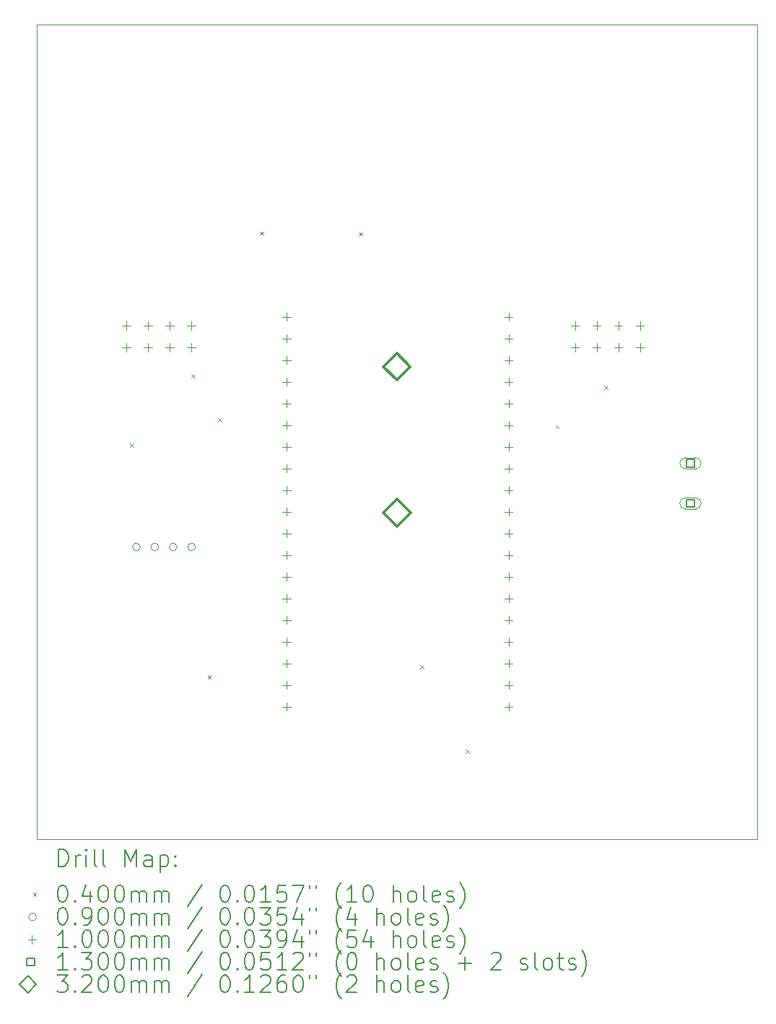
<source format=gbr>
%TF.GenerationSoftware,KiCad,Pcbnew,9.0.0*%
%TF.CreationDate,2025-07-11T11:02:10-04:00*%
%TF.ProjectId,jammerBT_v3,6a616d6d-6572-4425-945f-76332e6b6963,rev?*%
%TF.SameCoordinates,Original*%
%TF.FileFunction,Drillmap*%
%TF.FilePolarity,Positive*%
%FSLAX45Y45*%
G04 Gerber Fmt 4.5, Leading zero omitted, Abs format (unit mm)*
G04 Created by KiCad (PCBNEW 9.0.0) date 2025-07-11 11:02:10*
%MOMM*%
%LPD*%
G01*
G04 APERTURE LIST*
%ADD10C,0.100000*%
%ADD11C,0.200000*%
%ADD12C,0.130000*%
%ADD13C,0.320000*%
G04 APERTURE END LIST*
D10*
X14558500Y-4195500D02*
X23004500Y-4195500D01*
X23004500Y-13746000D01*
X14558500Y-13746000D01*
X14558500Y-4195500D01*
D11*
D10*
X15650000Y-9107500D02*
X15690000Y-9147500D01*
X15690000Y-9107500D02*
X15650000Y-9147500D01*
X16370000Y-8292500D02*
X16410000Y-8332500D01*
X16410000Y-8292500D02*
X16370000Y-8332500D01*
X16562000Y-11820500D02*
X16602000Y-11860500D01*
X16602000Y-11820500D02*
X16562000Y-11860500D01*
X16681967Y-8810533D02*
X16721967Y-8850533D01*
X16721967Y-8810533D02*
X16681967Y-8850533D01*
X17177500Y-6620000D02*
X17217500Y-6660000D01*
X17217500Y-6620000D02*
X17177500Y-6660000D01*
X18334000Y-6629000D02*
X18374000Y-6669000D01*
X18374000Y-6629000D02*
X18334000Y-6669000D01*
X19057500Y-11705000D02*
X19097500Y-11745000D01*
X19097500Y-11705000D02*
X19057500Y-11745000D01*
X19592000Y-12696000D02*
X19632000Y-12736000D01*
X19632000Y-12696000D02*
X19592000Y-12736000D01*
X20642500Y-8887500D02*
X20682500Y-8927500D01*
X20682500Y-8887500D02*
X20642500Y-8927500D01*
X21215000Y-8430000D02*
X21255000Y-8470000D01*
X21255000Y-8430000D02*
X21215000Y-8470000D01*
X15771000Y-10317500D02*
G75*
G02*
X15681000Y-10317500I-45000J0D01*
G01*
X15681000Y-10317500D02*
G75*
G02*
X15771000Y-10317500I45000J0D01*
G01*
X15986900Y-10317500D02*
G75*
G02*
X15896900Y-10317500I-45000J0D01*
G01*
X15896900Y-10317500D02*
G75*
G02*
X15986900Y-10317500I45000J0D01*
G01*
X16202800Y-10317500D02*
G75*
G02*
X16112800Y-10317500I-45000J0D01*
G01*
X16112800Y-10317500D02*
G75*
G02*
X16202800Y-10317500I45000J0D01*
G01*
X16418700Y-10317500D02*
G75*
G02*
X16328700Y-10317500I-45000J0D01*
G01*
X16328700Y-10317500D02*
G75*
G02*
X16418700Y-10317500I45000J0D01*
G01*
X15610500Y-7670000D02*
X15610500Y-7770000D01*
X15560500Y-7720000D02*
X15660500Y-7720000D01*
X15610500Y-7924000D02*
X15610500Y-8024000D01*
X15560500Y-7974000D02*
X15660500Y-7974000D01*
X15864500Y-7670000D02*
X15864500Y-7770000D01*
X15814500Y-7720000D02*
X15914500Y-7720000D01*
X15864500Y-7924000D02*
X15864500Y-8024000D01*
X15814500Y-7974000D02*
X15914500Y-7974000D01*
X16118500Y-7670000D02*
X16118500Y-7770000D01*
X16068500Y-7720000D02*
X16168500Y-7720000D01*
X16118500Y-7924000D02*
X16118500Y-8024000D01*
X16068500Y-7974000D02*
X16168500Y-7974000D01*
X16372500Y-7670000D02*
X16372500Y-7770000D01*
X16322500Y-7720000D02*
X16422500Y-7720000D01*
X16372500Y-7924000D02*
X16372500Y-8024000D01*
X16322500Y-7974000D02*
X16422500Y-7974000D01*
X17488000Y-7568000D02*
X17488000Y-7668000D01*
X17438000Y-7618000D02*
X17538000Y-7618000D01*
X17488000Y-7822000D02*
X17488000Y-7922000D01*
X17438000Y-7872000D02*
X17538000Y-7872000D01*
X17488000Y-8076000D02*
X17488000Y-8176000D01*
X17438000Y-8126000D02*
X17538000Y-8126000D01*
X17488000Y-8330000D02*
X17488000Y-8430000D01*
X17438000Y-8380000D02*
X17538000Y-8380000D01*
X17488000Y-8584000D02*
X17488000Y-8684000D01*
X17438000Y-8634000D02*
X17538000Y-8634000D01*
X17488000Y-8838000D02*
X17488000Y-8938000D01*
X17438000Y-8888000D02*
X17538000Y-8888000D01*
X17488000Y-9092000D02*
X17488000Y-9192000D01*
X17438000Y-9142000D02*
X17538000Y-9142000D01*
X17488000Y-9346000D02*
X17488000Y-9446000D01*
X17438000Y-9396000D02*
X17538000Y-9396000D01*
X17488000Y-9600000D02*
X17488000Y-9700000D01*
X17438000Y-9650000D02*
X17538000Y-9650000D01*
X17488000Y-9854000D02*
X17488000Y-9954000D01*
X17438000Y-9904000D02*
X17538000Y-9904000D01*
X17488000Y-10108000D02*
X17488000Y-10208000D01*
X17438000Y-10158000D02*
X17538000Y-10158000D01*
X17488000Y-10362000D02*
X17488000Y-10462000D01*
X17438000Y-10412000D02*
X17538000Y-10412000D01*
X17488000Y-10616000D02*
X17488000Y-10716000D01*
X17438000Y-10666000D02*
X17538000Y-10666000D01*
X17488000Y-10870000D02*
X17488000Y-10970000D01*
X17438000Y-10920000D02*
X17538000Y-10920000D01*
X17488000Y-11124000D02*
X17488000Y-11224000D01*
X17438000Y-11174000D02*
X17538000Y-11174000D01*
X17488000Y-11378000D02*
X17488000Y-11478000D01*
X17438000Y-11428000D02*
X17538000Y-11428000D01*
X17488000Y-11632000D02*
X17488000Y-11732000D01*
X17438000Y-11682000D02*
X17538000Y-11682000D01*
X17488000Y-11886000D02*
X17488000Y-11986000D01*
X17438000Y-11936000D02*
X17538000Y-11936000D01*
X17488000Y-12140000D02*
X17488000Y-12240000D01*
X17438000Y-12190000D02*
X17538000Y-12190000D01*
X20092000Y-7568000D02*
X20092000Y-7668000D01*
X20042000Y-7618000D02*
X20142000Y-7618000D01*
X20092000Y-7822000D02*
X20092000Y-7922000D01*
X20042000Y-7872000D02*
X20142000Y-7872000D01*
X20092000Y-8076000D02*
X20092000Y-8176000D01*
X20042000Y-8126000D02*
X20142000Y-8126000D01*
X20092000Y-8330000D02*
X20092000Y-8430000D01*
X20042000Y-8380000D02*
X20142000Y-8380000D01*
X20092000Y-8584000D02*
X20092000Y-8684000D01*
X20042000Y-8634000D02*
X20142000Y-8634000D01*
X20092000Y-8838000D02*
X20092000Y-8938000D01*
X20042000Y-8888000D02*
X20142000Y-8888000D01*
X20092000Y-9092000D02*
X20092000Y-9192000D01*
X20042000Y-9142000D02*
X20142000Y-9142000D01*
X20092000Y-9346000D02*
X20092000Y-9446000D01*
X20042000Y-9396000D02*
X20142000Y-9396000D01*
X20092000Y-9600000D02*
X20092000Y-9700000D01*
X20042000Y-9650000D02*
X20142000Y-9650000D01*
X20092000Y-9854000D02*
X20092000Y-9954000D01*
X20042000Y-9904000D02*
X20142000Y-9904000D01*
X20092000Y-10108000D02*
X20092000Y-10208000D01*
X20042000Y-10158000D02*
X20142000Y-10158000D01*
X20092000Y-10362000D02*
X20092000Y-10462000D01*
X20042000Y-10412000D02*
X20142000Y-10412000D01*
X20092000Y-10616000D02*
X20092000Y-10716000D01*
X20042000Y-10666000D02*
X20142000Y-10666000D01*
X20092000Y-10870000D02*
X20092000Y-10970000D01*
X20042000Y-10920000D02*
X20142000Y-10920000D01*
X20092000Y-11124000D02*
X20092000Y-11224000D01*
X20042000Y-11174000D02*
X20142000Y-11174000D01*
X20092000Y-11378000D02*
X20092000Y-11478000D01*
X20042000Y-11428000D02*
X20142000Y-11428000D01*
X20092000Y-11632000D02*
X20092000Y-11732000D01*
X20042000Y-11682000D02*
X20142000Y-11682000D01*
X20092000Y-11886000D02*
X20092000Y-11986000D01*
X20042000Y-11936000D02*
X20142000Y-11936000D01*
X20092000Y-12140000D02*
X20092000Y-12240000D01*
X20042000Y-12190000D02*
X20142000Y-12190000D01*
X20871000Y-7670000D02*
X20871000Y-7770000D01*
X20821000Y-7720000D02*
X20921000Y-7720000D01*
X20871000Y-7924000D02*
X20871000Y-8024000D01*
X20821000Y-7974000D02*
X20921000Y-7974000D01*
X21125000Y-7670000D02*
X21125000Y-7770000D01*
X21075000Y-7720000D02*
X21175000Y-7720000D01*
X21125000Y-7924000D02*
X21125000Y-8024000D01*
X21075000Y-7974000D02*
X21175000Y-7974000D01*
X21379000Y-7670000D02*
X21379000Y-7770000D01*
X21329000Y-7720000D02*
X21429000Y-7720000D01*
X21379000Y-7924000D02*
X21379000Y-8024000D01*
X21329000Y-7974000D02*
X21429000Y-7974000D01*
X21633000Y-7670000D02*
X21633000Y-7770000D01*
X21583000Y-7720000D02*
X21683000Y-7720000D01*
X21633000Y-7924000D02*
X21633000Y-8024000D01*
X21583000Y-7974000D02*
X21683000Y-7974000D01*
D12*
X22270962Y-9382462D02*
X22270962Y-9290538D01*
X22179038Y-9290538D01*
X22179038Y-9382462D01*
X22270962Y-9382462D01*
D10*
X22165000Y-9401500D02*
X22285000Y-9401500D01*
X22285000Y-9271500D02*
G75*
G02*
X22285000Y-9401500I0J-65000D01*
G01*
X22285000Y-9271500D02*
X22165000Y-9271500D01*
X22165000Y-9271500D02*
G75*
G03*
X22165000Y-9401500I0J-65000D01*
G01*
D12*
X22270962Y-9852462D02*
X22270962Y-9760538D01*
X22179038Y-9760538D01*
X22179038Y-9852462D01*
X22270962Y-9852462D01*
D10*
X22165000Y-9871500D02*
X22285000Y-9871500D01*
X22285000Y-9741500D02*
G75*
G02*
X22285000Y-9871500I0J-65000D01*
G01*
X22285000Y-9741500D02*
X22165000Y-9741500D01*
X22165000Y-9741500D02*
G75*
G03*
X22165000Y-9871500I0J-65000D01*
G01*
D13*
X18780000Y-8362000D02*
X18940000Y-8202000D01*
X18780000Y-8042000D01*
X18620000Y-8202000D01*
X18780000Y-8362000D01*
X18784000Y-10077500D02*
X18944000Y-9917500D01*
X18784000Y-9757500D01*
X18624000Y-9917500D01*
X18784000Y-10077500D01*
D11*
X14814277Y-14062484D02*
X14814277Y-13862484D01*
X14814277Y-13862484D02*
X14861896Y-13862484D01*
X14861896Y-13862484D02*
X14890467Y-13872008D01*
X14890467Y-13872008D02*
X14909515Y-13891055D01*
X14909515Y-13891055D02*
X14919039Y-13910103D01*
X14919039Y-13910103D02*
X14928562Y-13948198D01*
X14928562Y-13948198D02*
X14928562Y-13976769D01*
X14928562Y-13976769D02*
X14919039Y-14014865D01*
X14919039Y-14014865D02*
X14909515Y-14033912D01*
X14909515Y-14033912D02*
X14890467Y-14052960D01*
X14890467Y-14052960D02*
X14861896Y-14062484D01*
X14861896Y-14062484D02*
X14814277Y-14062484D01*
X15014277Y-14062484D02*
X15014277Y-13929150D01*
X15014277Y-13967246D02*
X15023801Y-13948198D01*
X15023801Y-13948198D02*
X15033324Y-13938674D01*
X15033324Y-13938674D02*
X15052372Y-13929150D01*
X15052372Y-13929150D02*
X15071420Y-13929150D01*
X15138086Y-14062484D02*
X15138086Y-13929150D01*
X15138086Y-13862484D02*
X15128562Y-13872008D01*
X15128562Y-13872008D02*
X15138086Y-13881531D01*
X15138086Y-13881531D02*
X15147610Y-13872008D01*
X15147610Y-13872008D02*
X15138086Y-13862484D01*
X15138086Y-13862484D02*
X15138086Y-13881531D01*
X15261896Y-14062484D02*
X15242848Y-14052960D01*
X15242848Y-14052960D02*
X15233324Y-14033912D01*
X15233324Y-14033912D02*
X15233324Y-13862484D01*
X15366658Y-14062484D02*
X15347610Y-14052960D01*
X15347610Y-14052960D02*
X15338086Y-14033912D01*
X15338086Y-14033912D02*
X15338086Y-13862484D01*
X15595229Y-14062484D02*
X15595229Y-13862484D01*
X15595229Y-13862484D02*
X15661896Y-14005341D01*
X15661896Y-14005341D02*
X15728562Y-13862484D01*
X15728562Y-13862484D02*
X15728562Y-14062484D01*
X15909515Y-14062484D02*
X15909515Y-13957722D01*
X15909515Y-13957722D02*
X15899991Y-13938674D01*
X15899991Y-13938674D02*
X15880943Y-13929150D01*
X15880943Y-13929150D02*
X15842848Y-13929150D01*
X15842848Y-13929150D02*
X15823801Y-13938674D01*
X15909515Y-14052960D02*
X15890467Y-14062484D01*
X15890467Y-14062484D02*
X15842848Y-14062484D01*
X15842848Y-14062484D02*
X15823801Y-14052960D01*
X15823801Y-14052960D02*
X15814277Y-14033912D01*
X15814277Y-14033912D02*
X15814277Y-14014865D01*
X15814277Y-14014865D02*
X15823801Y-13995817D01*
X15823801Y-13995817D02*
X15842848Y-13986293D01*
X15842848Y-13986293D02*
X15890467Y-13986293D01*
X15890467Y-13986293D02*
X15909515Y-13976769D01*
X16004753Y-13929150D02*
X16004753Y-14129150D01*
X16004753Y-13938674D02*
X16023801Y-13929150D01*
X16023801Y-13929150D02*
X16061896Y-13929150D01*
X16061896Y-13929150D02*
X16080943Y-13938674D01*
X16080943Y-13938674D02*
X16090467Y-13948198D01*
X16090467Y-13948198D02*
X16099991Y-13967246D01*
X16099991Y-13967246D02*
X16099991Y-14024388D01*
X16099991Y-14024388D02*
X16090467Y-14043436D01*
X16090467Y-14043436D02*
X16080943Y-14052960D01*
X16080943Y-14052960D02*
X16061896Y-14062484D01*
X16061896Y-14062484D02*
X16023801Y-14062484D01*
X16023801Y-14062484D02*
X16004753Y-14052960D01*
X16185705Y-14043436D02*
X16195229Y-14052960D01*
X16195229Y-14052960D02*
X16185705Y-14062484D01*
X16185705Y-14062484D02*
X16176182Y-14052960D01*
X16176182Y-14052960D02*
X16185705Y-14043436D01*
X16185705Y-14043436D02*
X16185705Y-14062484D01*
X16185705Y-13938674D02*
X16195229Y-13948198D01*
X16195229Y-13948198D02*
X16185705Y-13957722D01*
X16185705Y-13957722D02*
X16176182Y-13948198D01*
X16176182Y-13948198D02*
X16185705Y-13938674D01*
X16185705Y-13938674D02*
X16185705Y-13957722D01*
D10*
X14513500Y-14371000D02*
X14553500Y-14411000D01*
X14553500Y-14371000D02*
X14513500Y-14411000D01*
D11*
X14852372Y-14282484D02*
X14871420Y-14282484D01*
X14871420Y-14282484D02*
X14890467Y-14292008D01*
X14890467Y-14292008D02*
X14899991Y-14301531D01*
X14899991Y-14301531D02*
X14909515Y-14320579D01*
X14909515Y-14320579D02*
X14919039Y-14358674D01*
X14919039Y-14358674D02*
X14919039Y-14406293D01*
X14919039Y-14406293D02*
X14909515Y-14444388D01*
X14909515Y-14444388D02*
X14899991Y-14463436D01*
X14899991Y-14463436D02*
X14890467Y-14472960D01*
X14890467Y-14472960D02*
X14871420Y-14482484D01*
X14871420Y-14482484D02*
X14852372Y-14482484D01*
X14852372Y-14482484D02*
X14833324Y-14472960D01*
X14833324Y-14472960D02*
X14823801Y-14463436D01*
X14823801Y-14463436D02*
X14814277Y-14444388D01*
X14814277Y-14444388D02*
X14804753Y-14406293D01*
X14804753Y-14406293D02*
X14804753Y-14358674D01*
X14804753Y-14358674D02*
X14814277Y-14320579D01*
X14814277Y-14320579D02*
X14823801Y-14301531D01*
X14823801Y-14301531D02*
X14833324Y-14292008D01*
X14833324Y-14292008D02*
X14852372Y-14282484D01*
X15004753Y-14463436D02*
X15014277Y-14472960D01*
X15014277Y-14472960D02*
X15004753Y-14482484D01*
X15004753Y-14482484D02*
X14995229Y-14472960D01*
X14995229Y-14472960D02*
X15004753Y-14463436D01*
X15004753Y-14463436D02*
X15004753Y-14482484D01*
X15185705Y-14349150D02*
X15185705Y-14482484D01*
X15138086Y-14272960D02*
X15090467Y-14415817D01*
X15090467Y-14415817D02*
X15214277Y-14415817D01*
X15328562Y-14282484D02*
X15347610Y-14282484D01*
X15347610Y-14282484D02*
X15366658Y-14292008D01*
X15366658Y-14292008D02*
X15376182Y-14301531D01*
X15376182Y-14301531D02*
X15385705Y-14320579D01*
X15385705Y-14320579D02*
X15395229Y-14358674D01*
X15395229Y-14358674D02*
X15395229Y-14406293D01*
X15395229Y-14406293D02*
X15385705Y-14444388D01*
X15385705Y-14444388D02*
X15376182Y-14463436D01*
X15376182Y-14463436D02*
X15366658Y-14472960D01*
X15366658Y-14472960D02*
X15347610Y-14482484D01*
X15347610Y-14482484D02*
X15328562Y-14482484D01*
X15328562Y-14482484D02*
X15309515Y-14472960D01*
X15309515Y-14472960D02*
X15299991Y-14463436D01*
X15299991Y-14463436D02*
X15290467Y-14444388D01*
X15290467Y-14444388D02*
X15280943Y-14406293D01*
X15280943Y-14406293D02*
X15280943Y-14358674D01*
X15280943Y-14358674D02*
X15290467Y-14320579D01*
X15290467Y-14320579D02*
X15299991Y-14301531D01*
X15299991Y-14301531D02*
X15309515Y-14292008D01*
X15309515Y-14292008D02*
X15328562Y-14282484D01*
X15519039Y-14282484D02*
X15538086Y-14282484D01*
X15538086Y-14282484D02*
X15557134Y-14292008D01*
X15557134Y-14292008D02*
X15566658Y-14301531D01*
X15566658Y-14301531D02*
X15576182Y-14320579D01*
X15576182Y-14320579D02*
X15585705Y-14358674D01*
X15585705Y-14358674D02*
X15585705Y-14406293D01*
X15585705Y-14406293D02*
X15576182Y-14444388D01*
X15576182Y-14444388D02*
X15566658Y-14463436D01*
X15566658Y-14463436D02*
X15557134Y-14472960D01*
X15557134Y-14472960D02*
X15538086Y-14482484D01*
X15538086Y-14482484D02*
X15519039Y-14482484D01*
X15519039Y-14482484D02*
X15499991Y-14472960D01*
X15499991Y-14472960D02*
X15490467Y-14463436D01*
X15490467Y-14463436D02*
X15480943Y-14444388D01*
X15480943Y-14444388D02*
X15471420Y-14406293D01*
X15471420Y-14406293D02*
X15471420Y-14358674D01*
X15471420Y-14358674D02*
X15480943Y-14320579D01*
X15480943Y-14320579D02*
X15490467Y-14301531D01*
X15490467Y-14301531D02*
X15499991Y-14292008D01*
X15499991Y-14292008D02*
X15519039Y-14282484D01*
X15671420Y-14482484D02*
X15671420Y-14349150D01*
X15671420Y-14368198D02*
X15680943Y-14358674D01*
X15680943Y-14358674D02*
X15699991Y-14349150D01*
X15699991Y-14349150D02*
X15728563Y-14349150D01*
X15728563Y-14349150D02*
X15747610Y-14358674D01*
X15747610Y-14358674D02*
X15757134Y-14377722D01*
X15757134Y-14377722D02*
X15757134Y-14482484D01*
X15757134Y-14377722D02*
X15766658Y-14358674D01*
X15766658Y-14358674D02*
X15785705Y-14349150D01*
X15785705Y-14349150D02*
X15814277Y-14349150D01*
X15814277Y-14349150D02*
X15833324Y-14358674D01*
X15833324Y-14358674D02*
X15842848Y-14377722D01*
X15842848Y-14377722D02*
X15842848Y-14482484D01*
X15938086Y-14482484D02*
X15938086Y-14349150D01*
X15938086Y-14368198D02*
X15947610Y-14358674D01*
X15947610Y-14358674D02*
X15966658Y-14349150D01*
X15966658Y-14349150D02*
X15995229Y-14349150D01*
X15995229Y-14349150D02*
X16014277Y-14358674D01*
X16014277Y-14358674D02*
X16023801Y-14377722D01*
X16023801Y-14377722D02*
X16023801Y-14482484D01*
X16023801Y-14377722D02*
X16033324Y-14358674D01*
X16033324Y-14358674D02*
X16052372Y-14349150D01*
X16052372Y-14349150D02*
X16080943Y-14349150D01*
X16080943Y-14349150D02*
X16099991Y-14358674D01*
X16099991Y-14358674D02*
X16109515Y-14377722D01*
X16109515Y-14377722D02*
X16109515Y-14482484D01*
X16499991Y-14272960D02*
X16328563Y-14530103D01*
X16757134Y-14282484D02*
X16776182Y-14282484D01*
X16776182Y-14282484D02*
X16795229Y-14292008D01*
X16795229Y-14292008D02*
X16804753Y-14301531D01*
X16804753Y-14301531D02*
X16814277Y-14320579D01*
X16814277Y-14320579D02*
X16823801Y-14358674D01*
X16823801Y-14358674D02*
X16823801Y-14406293D01*
X16823801Y-14406293D02*
X16814277Y-14444388D01*
X16814277Y-14444388D02*
X16804753Y-14463436D01*
X16804753Y-14463436D02*
X16795229Y-14472960D01*
X16795229Y-14472960D02*
X16776182Y-14482484D01*
X16776182Y-14482484D02*
X16757134Y-14482484D01*
X16757134Y-14482484D02*
X16738086Y-14472960D01*
X16738086Y-14472960D02*
X16728563Y-14463436D01*
X16728563Y-14463436D02*
X16719039Y-14444388D01*
X16719039Y-14444388D02*
X16709515Y-14406293D01*
X16709515Y-14406293D02*
X16709515Y-14358674D01*
X16709515Y-14358674D02*
X16719039Y-14320579D01*
X16719039Y-14320579D02*
X16728563Y-14301531D01*
X16728563Y-14301531D02*
X16738086Y-14292008D01*
X16738086Y-14292008D02*
X16757134Y-14282484D01*
X16909515Y-14463436D02*
X16919039Y-14472960D01*
X16919039Y-14472960D02*
X16909515Y-14482484D01*
X16909515Y-14482484D02*
X16899991Y-14472960D01*
X16899991Y-14472960D02*
X16909515Y-14463436D01*
X16909515Y-14463436D02*
X16909515Y-14482484D01*
X17042848Y-14282484D02*
X17061896Y-14282484D01*
X17061896Y-14282484D02*
X17080944Y-14292008D01*
X17080944Y-14292008D02*
X17090468Y-14301531D01*
X17090468Y-14301531D02*
X17099991Y-14320579D01*
X17099991Y-14320579D02*
X17109515Y-14358674D01*
X17109515Y-14358674D02*
X17109515Y-14406293D01*
X17109515Y-14406293D02*
X17099991Y-14444388D01*
X17099991Y-14444388D02*
X17090468Y-14463436D01*
X17090468Y-14463436D02*
X17080944Y-14472960D01*
X17080944Y-14472960D02*
X17061896Y-14482484D01*
X17061896Y-14482484D02*
X17042848Y-14482484D01*
X17042848Y-14482484D02*
X17023801Y-14472960D01*
X17023801Y-14472960D02*
X17014277Y-14463436D01*
X17014277Y-14463436D02*
X17004753Y-14444388D01*
X17004753Y-14444388D02*
X16995229Y-14406293D01*
X16995229Y-14406293D02*
X16995229Y-14358674D01*
X16995229Y-14358674D02*
X17004753Y-14320579D01*
X17004753Y-14320579D02*
X17014277Y-14301531D01*
X17014277Y-14301531D02*
X17023801Y-14292008D01*
X17023801Y-14292008D02*
X17042848Y-14282484D01*
X17299991Y-14482484D02*
X17185706Y-14482484D01*
X17242848Y-14482484D02*
X17242848Y-14282484D01*
X17242848Y-14282484D02*
X17223801Y-14311055D01*
X17223801Y-14311055D02*
X17204753Y-14330103D01*
X17204753Y-14330103D02*
X17185706Y-14339627D01*
X17480944Y-14282484D02*
X17385706Y-14282484D01*
X17385706Y-14282484D02*
X17376182Y-14377722D01*
X17376182Y-14377722D02*
X17385706Y-14368198D01*
X17385706Y-14368198D02*
X17404753Y-14358674D01*
X17404753Y-14358674D02*
X17452372Y-14358674D01*
X17452372Y-14358674D02*
X17471420Y-14368198D01*
X17471420Y-14368198D02*
X17480944Y-14377722D01*
X17480944Y-14377722D02*
X17490468Y-14396769D01*
X17490468Y-14396769D02*
X17490468Y-14444388D01*
X17490468Y-14444388D02*
X17480944Y-14463436D01*
X17480944Y-14463436D02*
X17471420Y-14472960D01*
X17471420Y-14472960D02*
X17452372Y-14482484D01*
X17452372Y-14482484D02*
X17404753Y-14482484D01*
X17404753Y-14482484D02*
X17385706Y-14472960D01*
X17385706Y-14472960D02*
X17376182Y-14463436D01*
X17557134Y-14282484D02*
X17690468Y-14282484D01*
X17690468Y-14282484D02*
X17604753Y-14482484D01*
X17757134Y-14282484D02*
X17757134Y-14320579D01*
X17833325Y-14282484D02*
X17833325Y-14320579D01*
X18128563Y-14558674D02*
X18119039Y-14549150D01*
X18119039Y-14549150D02*
X18099991Y-14520579D01*
X18099991Y-14520579D02*
X18090468Y-14501531D01*
X18090468Y-14501531D02*
X18080944Y-14472960D01*
X18080944Y-14472960D02*
X18071420Y-14425341D01*
X18071420Y-14425341D02*
X18071420Y-14387246D01*
X18071420Y-14387246D02*
X18080944Y-14339627D01*
X18080944Y-14339627D02*
X18090468Y-14311055D01*
X18090468Y-14311055D02*
X18099991Y-14292008D01*
X18099991Y-14292008D02*
X18119039Y-14263436D01*
X18119039Y-14263436D02*
X18128563Y-14253912D01*
X18309515Y-14482484D02*
X18195230Y-14482484D01*
X18252372Y-14482484D02*
X18252372Y-14282484D01*
X18252372Y-14282484D02*
X18233325Y-14311055D01*
X18233325Y-14311055D02*
X18214277Y-14330103D01*
X18214277Y-14330103D02*
X18195230Y-14339627D01*
X18433325Y-14282484D02*
X18452372Y-14282484D01*
X18452372Y-14282484D02*
X18471420Y-14292008D01*
X18471420Y-14292008D02*
X18480944Y-14301531D01*
X18480944Y-14301531D02*
X18490468Y-14320579D01*
X18490468Y-14320579D02*
X18499991Y-14358674D01*
X18499991Y-14358674D02*
X18499991Y-14406293D01*
X18499991Y-14406293D02*
X18490468Y-14444388D01*
X18490468Y-14444388D02*
X18480944Y-14463436D01*
X18480944Y-14463436D02*
X18471420Y-14472960D01*
X18471420Y-14472960D02*
X18452372Y-14482484D01*
X18452372Y-14482484D02*
X18433325Y-14482484D01*
X18433325Y-14482484D02*
X18414277Y-14472960D01*
X18414277Y-14472960D02*
X18404753Y-14463436D01*
X18404753Y-14463436D02*
X18395230Y-14444388D01*
X18395230Y-14444388D02*
X18385706Y-14406293D01*
X18385706Y-14406293D02*
X18385706Y-14358674D01*
X18385706Y-14358674D02*
X18395230Y-14320579D01*
X18395230Y-14320579D02*
X18404753Y-14301531D01*
X18404753Y-14301531D02*
X18414277Y-14292008D01*
X18414277Y-14292008D02*
X18433325Y-14282484D01*
X18738087Y-14482484D02*
X18738087Y-14282484D01*
X18823801Y-14482484D02*
X18823801Y-14377722D01*
X18823801Y-14377722D02*
X18814277Y-14358674D01*
X18814277Y-14358674D02*
X18795230Y-14349150D01*
X18795230Y-14349150D02*
X18766658Y-14349150D01*
X18766658Y-14349150D02*
X18747611Y-14358674D01*
X18747611Y-14358674D02*
X18738087Y-14368198D01*
X18947611Y-14482484D02*
X18928563Y-14472960D01*
X18928563Y-14472960D02*
X18919039Y-14463436D01*
X18919039Y-14463436D02*
X18909515Y-14444388D01*
X18909515Y-14444388D02*
X18909515Y-14387246D01*
X18909515Y-14387246D02*
X18919039Y-14368198D01*
X18919039Y-14368198D02*
X18928563Y-14358674D01*
X18928563Y-14358674D02*
X18947611Y-14349150D01*
X18947611Y-14349150D02*
X18976182Y-14349150D01*
X18976182Y-14349150D02*
X18995230Y-14358674D01*
X18995230Y-14358674D02*
X19004753Y-14368198D01*
X19004753Y-14368198D02*
X19014277Y-14387246D01*
X19014277Y-14387246D02*
X19014277Y-14444388D01*
X19014277Y-14444388D02*
X19004753Y-14463436D01*
X19004753Y-14463436D02*
X18995230Y-14472960D01*
X18995230Y-14472960D02*
X18976182Y-14482484D01*
X18976182Y-14482484D02*
X18947611Y-14482484D01*
X19128563Y-14482484D02*
X19109515Y-14472960D01*
X19109515Y-14472960D02*
X19099992Y-14453912D01*
X19099992Y-14453912D02*
X19099992Y-14282484D01*
X19280944Y-14472960D02*
X19261896Y-14482484D01*
X19261896Y-14482484D02*
X19223801Y-14482484D01*
X19223801Y-14482484D02*
X19204753Y-14472960D01*
X19204753Y-14472960D02*
X19195230Y-14453912D01*
X19195230Y-14453912D02*
X19195230Y-14377722D01*
X19195230Y-14377722D02*
X19204753Y-14358674D01*
X19204753Y-14358674D02*
X19223801Y-14349150D01*
X19223801Y-14349150D02*
X19261896Y-14349150D01*
X19261896Y-14349150D02*
X19280944Y-14358674D01*
X19280944Y-14358674D02*
X19290468Y-14377722D01*
X19290468Y-14377722D02*
X19290468Y-14396769D01*
X19290468Y-14396769D02*
X19195230Y-14415817D01*
X19366658Y-14472960D02*
X19385706Y-14482484D01*
X19385706Y-14482484D02*
X19423801Y-14482484D01*
X19423801Y-14482484D02*
X19442849Y-14472960D01*
X19442849Y-14472960D02*
X19452373Y-14453912D01*
X19452373Y-14453912D02*
X19452373Y-14444388D01*
X19452373Y-14444388D02*
X19442849Y-14425341D01*
X19442849Y-14425341D02*
X19423801Y-14415817D01*
X19423801Y-14415817D02*
X19395230Y-14415817D01*
X19395230Y-14415817D02*
X19376182Y-14406293D01*
X19376182Y-14406293D02*
X19366658Y-14387246D01*
X19366658Y-14387246D02*
X19366658Y-14377722D01*
X19366658Y-14377722D02*
X19376182Y-14358674D01*
X19376182Y-14358674D02*
X19395230Y-14349150D01*
X19395230Y-14349150D02*
X19423801Y-14349150D01*
X19423801Y-14349150D02*
X19442849Y-14358674D01*
X19519039Y-14558674D02*
X19528563Y-14549150D01*
X19528563Y-14549150D02*
X19547611Y-14520579D01*
X19547611Y-14520579D02*
X19557134Y-14501531D01*
X19557134Y-14501531D02*
X19566658Y-14472960D01*
X19566658Y-14472960D02*
X19576182Y-14425341D01*
X19576182Y-14425341D02*
X19576182Y-14387246D01*
X19576182Y-14387246D02*
X19566658Y-14339627D01*
X19566658Y-14339627D02*
X19557134Y-14311055D01*
X19557134Y-14311055D02*
X19547611Y-14292008D01*
X19547611Y-14292008D02*
X19528563Y-14263436D01*
X19528563Y-14263436D02*
X19519039Y-14253912D01*
D10*
X14553500Y-14655000D02*
G75*
G02*
X14463500Y-14655000I-45000J0D01*
G01*
X14463500Y-14655000D02*
G75*
G02*
X14553500Y-14655000I45000J0D01*
G01*
D11*
X14852372Y-14546484D02*
X14871420Y-14546484D01*
X14871420Y-14546484D02*
X14890467Y-14556008D01*
X14890467Y-14556008D02*
X14899991Y-14565531D01*
X14899991Y-14565531D02*
X14909515Y-14584579D01*
X14909515Y-14584579D02*
X14919039Y-14622674D01*
X14919039Y-14622674D02*
X14919039Y-14670293D01*
X14919039Y-14670293D02*
X14909515Y-14708388D01*
X14909515Y-14708388D02*
X14899991Y-14727436D01*
X14899991Y-14727436D02*
X14890467Y-14736960D01*
X14890467Y-14736960D02*
X14871420Y-14746484D01*
X14871420Y-14746484D02*
X14852372Y-14746484D01*
X14852372Y-14746484D02*
X14833324Y-14736960D01*
X14833324Y-14736960D02*
X14823801Y-14727436D01*
X14823801Y-14727436D02*
X14814277Y-14708388D01*
X14814277Y-14708388D02*
X14804753Y-14670293D01*
X14804753Y-14670293D02*
X14804753Y-14622674D01*
X14804753Y-14622674D02*
X14814277Y-14584579D01*
X14814277Y-14584579D02*
X14823801Y-14565531D01*
X14823801Y-14565531D02*
X14833324Y-14556008D01*
X14833324Y-14556008D02*
X14852372Y-14546484D01*
X15004753Y-14727436D02*
X15014277Y-14736960D01*
X15014277Y-14736960D02*
X15004753Y-14746484D01*
X15004753Y-14746484D02*
X14995229Y-14736960D01*
X14995229Y-14736960D02*
X15004753Y-14727436D01*
X15004753Y-14727436D02*
X15004753Y-14746484D01*
X15109515Y-14746484D02*
X15147610Y-14746484D01*
X15147610Y-14746484D02*
X15166658Y-14736960D01*
X15166658Y-14736960D02*
X15176182Y-14727436D01*
X15176182Y-14727436D02*
X15195229Y-14698865D01*
X15195229Y-14698865D02*
X15204753Y-14660769D01*
X15204753Y-14660769D02*
X15204753Y-14584579D01*
X15204753Y-14584579D02*
X15195229Y-14565531D01*
X15195229Y-14565531D02*
X15185705Y-14556008D01*
X15185705Y-14556008D02*
X15166658Y-14546484D01*
X15166658Y-14546484D02*
X15128562Y-14546484D01*
X15128562Y-14546484D02*
X15109515Y-14556008D01*
X15109515Y-14556008D02*
X15099991Y-14565531D01*
X15099991Y-14565531D02*
X15090467Y-14584579D01*
X15090467Y-14584579D02*
X15090467Y-14632198D01*
X15090467Y-14632198D02*
X15099991Y-14651246D01*
X15099991Y-14651246D02*
X15109515Y-14660769D01*
X15109515Y-14660769D02*
X15128562Y-14670293D01*
X15128562Y-14670293D02*
X15166658Y-14670293D01*
X15166658Y-14670293D02*
X15185705Y-14660769D01*
X15185705Y-14660769D02*
X15195229Y-14651246D01*
X15195229Y-14651246D02*
X15204753Y-14632198D01*
X15328562Y-14546484D02*
X15347610Y-14546484D01*
X15347610Y-14546484D02*
X15366658Y-14556008D01*
X15366658Y-14556008D02*
X15376182Y-14565531D01*
X15376182Y-14565531D02*
X15385705Y-14584579D01*
X15385705Y-14584579D02*
X15395229Y-14622674D01*
X15395229Y-14622674D02*
X15395229Y-14670293D01*
X15395229Y-14670293D02*
X15385705Y-14708388D01*
X15385705Y-14708388D02*
X15376182Y-14727436D01*
X15376182Y-14727436D02*
X15366658Y-14736960D01*
X15366658Y-14736960D02*
X15347610Y-14746484D01*
X15347610Y-14746484D02*
X15328562Y-14746484D01*
X15328562Y-14746484D02*
X15309515Y-14736960D01*
X15309515Y-14736960D02*
X15299991Y-14727436D01*
X15299991Y-14727436D02*
X15290467Y-14708388D01*
X15290467Y-14708388D02*
X15280943Y-14670293D01*
X15280943Y-14670293D02*
X15280943Y-14622674D01*
X15280943Y-14622674D02*
X15290467Y-14584579D01*
X15290467Y-14584579D02*
X15299991Y-14565531D01*
X15299991Y-14565531D02*
X15309515Y-14556008D01*
X15309515Y-14556008D02*
X15328562Y-14546484D01*
X15519039Y-14546484D02*
X15538086Y-14546484D01*
X15538086Y-14546484D02*
X15557134Y-14556008D01*
X15557134Y-14556008D02*
X15566658Y-14565531D01*
X15566658Y-14565531D02*
X15576182Y-14584579D01*
X15576182Y-14584579D02*
X15585705Y-14622674D01*
X15585705Y-14622674D02*
X15585705Y-14670293D01*
X15585705Y-14670293D02*
X15576182Y-14708388D01*
X15576182Y-14708388D02*
X15566658Y-14727436D01*
X15566658Y-14727436D02*
X15557134Y-14736960D01*
X15557134Y-14736960D02*
X15538086Y-14746484D01*
X15538086Y-14746484D02*
X15519039Y-14746484D01*
X15519039Y-14746484D02*
X15499991Y-14736960D01*
X15499991Y-14736960D02*
X15490467Y-14727436D01*
X15490467Y-14727436D02*
X15480943Y-14708388D01*
X15480943Y-14708388D02*
X15471420Y-14670293D01*
X15471420Y-14670293D02*
X15471420Y-14622674D01*
X15471420Y-14622674D02*
X15480943Y-14584579D01*
X15480943Y-14584579D02*
X15490467Y-14565531D01*
X15490467Y-14565531D02*
X15499991Y-14556008D01*
X15499991Y-14556008D02*
X15519039Y-14546484D01*
X15671420Y-14746484D02*
X15671420Y-14613150D01*
X15671420Y-14632198D02*
X15680943Y-14622674D01*
X15680943Y-14622674D02*
X15699991Y-14613150D01*
X15699991Y-14613150D02*
X15728563Y-14613150D01*
X15728563Y-14613150D02*
X15747610Y-14622674D01*
X15747610Y-14622674D02*
X15757134Y-14641722D01*
X15757134Y-14641722D02*
X15757134Y-14746484D01*
X15757134Y-14641722D02*
X15766658Y-14622674D01*
X15766658Y-14622674D02*
X15785705Y-14613150D01*
X15785705Y-14613150D02*
X15814277Y-14613150D01*
X15814277Y-14613150D02*
X15833324Y-14622674D01*
X15833324Y-14622674D02*
X15842848Y-14641722D01*
X15842848Y-14641722D02*
X15842848Y-14746484D01*
X15938086Y-14746484D02*
X15938086Y-14613150D01*
X15938086Y-14632198D02*
X15947610Y-14622674D01*
X15947610Y-14622674D02*
X15966658Y-14613150D01*
X15966658Y-14613150D02*
X15995229Y-14613150D01*
X15995229Y-14613150D02*
X16014277Y-14622674D01*
X16014277Y-14622674D02*
X16023801Y-14641722D01*
X16023801Y-14641722D02*
X16023801Y-14746484D01*
X16023801Y-14641722D02*
X16033324Y-14622674D01*
X16033324Y-14622674D02*
X16052372Y-14613150D01*
X16052372Y-14613150D02*
X16080943Y-14613150D01*
X16080943Y-14613150D02*
X16099991Y-14622674D01*
X16099991Y-14622674D02*
X16109515Y-14641722D01*
X16109515Y-14641722D02*
X16109515Y-14746484D01*
X16499991Y-14536960D02*
X16328563Y-14794103D01*
X16757134Y-14546484D02*
X16776182Y-14546484D01*
X16776182Y-14546484D02*
X16795229Y-14556008D01*
X16795229Y-14556008D02*
X16804753Y-14565531D01*
X16804753Y-14565531D02*
X16814277Y-14584579D01*
X16814277Y-14584579D02*
X16823801Y-14622674D01*
X16823801Y-14622674D02*
X16823801Y-14670293D01*
X16823801Y-14670293D02*
X16814277Y-14708388D01*
X16814277Y-14708388D02*
X16804753Y-14727436D01*
X16804753Y-14727436D02*
X16795229Y-14736960D01*
X16795229Y-14736960D02*
X16776182Y-14746484D01*
X16776182Y-14746484D02*
X16757134Y-14746484D01*
X16757134Y-14746484D02*
X16738086Y-14736960D01*
X16738086Y-14736960D02*
X16728563Y-14727436D01*
X16728563Y-14727436D02*
X16719039Y-14708388D01*
X16719039Y-14708388D02*
X16709515Y-14670293D01*
X16709515Y-14670293D02*
X16709515Y-14622674D01*
X16709515Y-14622674D02*
X16719039Y-14584579D01*
X16719039Y-14584579D02*
X16728563Y-14565531D01*
X16728563Y-14565531D02*
X16738086Y-14556008D01*
X16738086Y-14556008D02*
X16757134Y-14546484D01*
X16909515Y-14727436D02*
X16919039Y-14736960D01*
X16919039Y-14736960D02*
X16909515Y-14746484D01*
X16909515Y-14746484D02*
X16899991Y-14736960D01*
X16899991Y-14736960D02*
X16909515Y-14727436D01*
X16909515Y-14727436D02*
X16909515Y-14746484D01*
X17042848Y-14546484D02*
X17061896Y-14546484D01*
X17061896Y-14546484D02*
X17080944Y-14556008D01*
X17080944Y-14556008D02*
X17090468Y-14565531D01*
X17090468Y-14565531D02*
X17099991Y-14584579D01*
X17099991Y-14584579D02*
X17109515Y-14622674D01*
X17109515Y-14622674D02*
X17109515Y-14670293D01*
X17109515Y-14670293D02*
X17099991Y-14708388D01*
X17099991Y-14708388D02*
X17090468Y-14727436D01*
X17090468Y-14727436D02*
X17080944Y-14736960D01*
X17080944Y-14736960D02*
X17061896Y-14746484D01*
X17061896Y-14746484D02*
X17042848Y-14746484D01*
X17042848Y-14746484D02*
X17023801Y-14736960D01*
X17023801Y-14736960D02*
X17014277Y-14727436D01*
X17014277Y-14727436D02*
X17004753Y-14708388D01*
X17004753Y-14708388D02*
X16995229Y-14670293D01*
X16995229Y-14670293D02*
X16995229Y-14622674D01*
X16995229Y-14622674D02*
X17004753Y-14584579D01*
X17004753Y-14584579D02*
X17014277Y-14565531D01*
X17014277Y-14565531D02*
X17023801Y-14556008D01*
X17023801Y-14556008D02*
X17042848Y-14546484D01*
X17176182Y-14546484D02*
X17299991Y-14546484D01*
X17299991Y-14546484D02*
X17233325Y-14622674D01*
X17233325Y-14622674D02*
X17261896Y-14622674D01*
X17261896Y-14622674D02*
X17280944Y-14632198D01*
X17280944Y-14632198D02*
X17290468Y-14641722D01*
X17290468Y-14641722D02*
X17299991Y-14660769D01*
X17299991Y-14660769D02*
X17299991Y-14708388D01*
X17299991Y-14708388D02*
X17290468Y-14727436D01*
X17290468Y-14727436D02*
X17280944Y-14736960D01*
X17280944Y-14736960D02*
X17261896Y-14746484D01*
X17261896Y-14746484D02*
X17204753Y-14746484D01*
X17204753Y-14746484D02*
X17185706Y-14736960D01*
X17185706Y-14736960D02*
X17176182Y-14727436D01*
X17480944Y-14546484D02*
X17385706Y-14546484D01*
X17385706Y-14546484D02*
X17376182Y-14641722D01*
X17376182Y-14641722D02*
X17385706Y-14632198D01*
X17385706Y-14632198D02*
X17404753Y-14622674D01*
X17404753Y-14622674D02*
X17452372Y-14622674D01*
X17452372Y-14622674D02*
X17471420Y-14632198D01*
X17471420Y-14632198D02*
X17480944Y-14641722D01*
X17480944Y-14641722D02*
X17490468Y-14660769D01*
X17490468Y-14660769D02*
X17490468Y-14708388D01*
X17490468Y-14708388D02*
X17480944Y-14727436D01*
X17480944Y-14727436D02*
X17471420Y-14736960D01*
X17471420Y-14736960D02*
X17452372Y-14746484D01*
X17452372Y-14746484D02*
X17404753Y-14746484D01*
X17404753Y-14746484D02*
X17385706Y-14736960D01*
X17385706Y-14736960D02*
X17376182Y-14727436D01*
X17661896Y-14613150D02*
X17661896Y-14746484D01*
X17614277Y-14536960D02*
X17566658Y-14679817D01*
X17566658Y-14679817D02*
X17690468Y-14679817D01*
X17757134Y-14546484D02*
X17757134Y-14584579D01*
X17833325Y-14546484D02*
X17833325Y-14584579D01*
X18128563Y-14822674D02*
X18119039Y-14813150D01*
X18119039Y-14813150D02*
X18099991Y-14784579D01*
X18099991Y-14784579D02*
X18090468Y-14765531D01*
X18090468Y-14765531D02*
X18080944Y-14736960D01*
X18080944Y-14736960D02*
X18071420Y-14689341D01*
X18071420Y-14689341D02*
X18071420Y-14651246D01*
X18071420Y-14651246D02*
X18080944Y-14603627D01*
X18080944Y-14603627D02*
X18090468Y-14575055D01*
X18090468Y-14575055D02*
X18099991Y-14556008D01*
X18099991Y-14556008D02*
X18119039Y-14527436D01*
X18119039Y-14527436D02*
X18128563Y-14517912D01*
X18290468Y-14613150D02*
X18290468Y-14746484D01*
X18242849Y-14536960D02*
X18195230Y-14679817D01*
X18195230Y-14679817D02*
X18319039Y-14679817D01*
X18547611Y-14746484D02*
X18547611Y-14546484D01*
X18633325Y-14746484D02*
X18633325Y-14641722D01*
X18633325Y-14641722D02*
X18623801Y-14622674D01*
X18623801Y-14622674D02*
X18604753Y-14613150D01*
X18604753Y-14613150D02*
X18576182Y-14613150D01*
X18576182Y-14613150D02*
X18557134Y-14622674D01*
X18557134Y-14622674D02*
X18547611Y-14632198D01*
X18757134Y-14746484D02*
X18738087Y-14736960D01*
X18738087Y-14736960D02*
X18728563Y-14727436D01*
X18728563Y-14727436D02*
X18719039Y-14708388D01*
X18719039Y-14708388D02*
X18719039Y-14651246D01*
X18719039Y-14651246D02*
X18728563Y-14632198D01*
X18728563Y-14632198D02*
X18738087Y-14622674D01*
X18738087Y-14622674D02*
X18757134Y-14613150D01*
X18757134Y-14613150D02*
X18785706Y-14613150D01*
X18785706Y-14613150D02*
X18804753Y-14622674D01*
X18804753Y-14622674D02*
X18814277Y-14632198D01*
X18814277Y-14632198D02*
X18823801Y-14651246D01*
X18823801Y-14651246D02*
X18823801Y-14708388D01*
X18823801Y-14708388D02*
X18814277Y-14727436D01*
X18814277Y-14727436D02*
X18804753Y-14736960D01*
X18804753Y-14736960D02*
X18785706Y-14746484D01*
X18785706Y-14746484D02*
X18757134Y-14746484D01*
X18938087Y-14746484D02*
X18919039Y-14736960D01*
X18919039Y-14736960D02*
X18909515Y-14717912D01*
X18909515Y-14717912D02*
X18909515Y-14546484D01*
X19090468Y-14736960D02*
X19071420Y-14746484D01*
X19071420Y-14746484D02*
X19033325Y-14746484D01*
X19033325Y-14746484D02*
X19014277Y-14736960D01*
X19014277Y-14736960D02*
X19004753Y-14717912D01*
X19004753Y-14717912D02*
X19004753Y-14641722D01*
X19004753Y-14641722D02*
X19014277Y-14622674D01*
X19014277Y-14622674D02*
X19033325Y-14613150D01*
X19033325Y-14613150D02*
X19071420Y-14613150D01*
X19071420Y-14613150D02*
X19090468Y-14622674D01*
X19090468Y-14622674D02*
X19099992Y-14641722D01*
X19099992Y-14641722D02*
X19099992Y-14660769D01*
X19099992Y-14660769D02*
X19004753Y-14679817D01*
X19176182Y-14736960D02*
X19195230Y-14746484D01*
X19195230Y-14746484D02*
X19233325Y-14746484D01*
X19233325Y-14746484D02*
X19252373Y-14736960D01*
X19252373Y-14736960D02*
X19261896Y-14717912D01*
X19261896Y-14717912D02*
X19261896Y-14708388D01*
X19261896Y-14708388D02*
X19252373Y-14689341D01*
X19252373Y-14689341D02*
X19233325Y-14679817D01*
X19233325Y-14679817D02*
X19204753Y-14679817D01*
X19204753Y-14679817D02*
X19185706Y-14670293D01*
X19185706Y-14670293D02*
X19176182Y-14651246D01*
X19176182Y-14651246D02*
X19176182Y-14641722D01*
X19176182Y-14641722D02*
X19185706Y-14622674D01*
X19185706Y-14622674D02*
X19204753Y-14613150D01*
X19204753Y-14613150D02*
X19233325Y-14613150D01*
X19233325Y-14613150D02*
X19252373Y-14622674D01*
X19328563Y-14822674D02*
X19338087Y-14813150D01*
X19338087Y-14813150D02*
X19357134Y-14784579D01*
X19357134Y-14784579D02*
X19366658Y-14765531D01*
X19366658Y-14765531D02*
X19376182Y-14736960D01*
X19376182Y-14736960D02*
X19385706Y-14689341D01*
X19385706Y-14689341D02*
X19385706Y-14651246D01*
X19385706Y-14651246D02*
X19376182Y-14603627D01*
X19376182Y-14603627D02*
X19366658Y-14575055D01*
X19366658Y-14575055D02*
X19357134Y-14556008D01*
X19357134Y-14556008D02*
X19338087Y-14527436D01*
X19338087Y-14527436D02*
X19328563Y-14517912D01*
D10*
X14503500Y-14869000D02*
X14503500Y-14969000D01*
X14453500Y-14919000D02*
X14553500Y-14919000D01*
D11*
X14919039Y-15010484D02*
X14804753Y-15010484D01*
X14861896Y-15010484D02*
X14861896Y-14810484D01*
X14861896Y-14810484D02*
X14842848Y-14839055D01*
X14842848Y-14839055D02*
X14823801Y-14858103D01*
X14823801Y-14858103D02*
X14804753Y-14867627D01*
X15004753Y-14991436D02*
X15014277Y-15000960D01*
X15014277Y-15000960D02*
X15004753Y-15010484D01*
X15004753Y-15010484D02*
X14995229Y-15000960D01*
X14995229Y-15000960D02*
X15004753Y-14991436D01*
X15004753Y-14991436D02*
X15004753Y-15010484D01*
X15138086Y-14810484D02*
X15157134Y-14810484D01*
X15157134Y-14810484D02*
X15176182Y-14820008D01*
X15176182Y-14820008D02*
X15185705Y-14829531D01*
X15185705Y-14829531D02*
X15195229Y-14848579D01*
X15195229Y-14848579D02*
X15204753Y-14886674D01*
X15204753Y-14886674D02*
X15204753Y-14934293D01*
X15204753Y-14934293D02*
X15195229Y-14972388D01*
X15195229Y-14972388D02*
X15185705Y-14991436D01*
X15185705Y-14991436D02*
X15176182Y-15000960D01*
X15176182Y-15000960D02*
X15157134Y-15010484D01*
X15157134Y-15010484D02*
X15138086Y-15010484D01*
X15138086Y-15010484D02*
X15119039Y-15000960D01*
X15119039Y-15000960D02*
X15109515Y-14991436D01*
X15109515Y-14991436D02*
X15099991Y-14972388D01*
X15099991Y-14972388D02*
X15090467Y-14934293D01*
X15090467Y-14934293D02*
X15090467Y-14886674D01*
X15090467Y-14886674D02*
X15099991Y-14848579D01*
X15099991Y-14848579D02*
X15109515Y-14829531D01*
X15109515Y-14829531D02*
X15119039Y-14820008D01*
X15119039Y-14820008D02*
X15138086Y-14810484D01*
X15328562Y-14810484D02*
X15347610Y-14810484D01*
X15347610Y-14810484D02*
X15366658Y-14820008D01*
X15366658Y-14820008D02*
X15376182Y-14829531D01*
X15376182Y-14829531D02*
X15385705Y-14848579D01*
X15385705Y-14848579D02*
X15395229Y-14886674D01*
X15395229Y-14886674D02*
X15395229Y-14934293D01*
X15395229Y-14934293D02*
X15385705Y-14972388D01*
X15385705Y-14972388D02*
X15376182Y-14991436D01*
X15376182Y-14991436D02*
X15366658Y-15000960D01*
X15366658Y-15000960D02*
X15347610Y-15010484D01*
X15347610Y-15010484D02*
X15328562Y-15010484D01*
X15328562Y-15010484D02*
X15309515Y-15000960D01*
X15309515Y-15000960D02*
X15299991Y-14991436D01*
X15299991Y-14991436D02*
X15290467Y-14972388D01*
X15290467Y-14972388D02*
X15280943Y-14934293D01*
X15280943Y-14934293D02*
X15280943Y-14886674D01*
X15280943Y-14886674D02*
X15290467Y-14848579D01*
X15290467Y-14848579D02*
X15299991Y-14829531D01*
X15299991Y-14829531D02*
X15309515Y-14820008D01*
X15309515Y-14820008D02*
X15328562Y-14810484D01*
X15519039Y-14810484D02*
X15538086Y-14810484D01*
X15538086Y-14810484D02*
X15557134Y-14820008D01*
X15557134Y-14820008D02*
X15566658Y-14829531D01*
X15566658Y-14829531D02*
X15576182Y-14848579D01*
X15576182Y-14848579D02*
X15585705Y-14886674D01*
X15585705Y-14886674D02*
X15585705Y-14934293D01*
X15585705Y-14934293D02*
X15576182Y-14972388D01*
X15576182Y-14972388D02*
X15566658Y-14991436D01*
X15566658Y-14991436D02*
X15557134Y-15000960D01*
X15557134Y-15000960D02*
X15538086Y-15010484D01*
X15538086Y-15010484D02*
X15519039Y-15010484D01*
X15519039Y-15010484D02*
X15499991Y-15000960D01*
X15499991Y-15000960D02*
X15490467Y-14991436D01*
X15490467Y-14991436D02*
X15480943Y-14972388D01*
X15480943Y-14972388D02*
X15471420Y-14934293D01*
X15471420Y-14934293D02*
X15471420Y-14886674D01*
X15471420Y-14886674D02*
X15480943Y-14848579D01*
X15480943Y-14848579D02*
X15490467Y-14829531D01*
X15490467Y-14829531D02*
X15499991Y-14820008D01*
X15499991Y-14820008D02*
X15519039Y-14810484D01*
X15671420Y-15010484D02*
X15671420Y-14877150D01*
X15671420Y-14896198D02*
X15680943Y-14886674D01*
X15680943Y-14886674D02*
X15699991Y-14877150D01*
X15699991Y-14877150D02*
X15728563Y-14877150D01*
X15728563Y-14877150D02*
X15747610Y-14886674D01*
X15747610Y-14886674D02*
X15757134Y-14905722D01*
X15757134Y-14905722D02*
X15757134Y-15010484D01*
X15757134Y-14905722D02*
X15766658Y-14886674D01*
X15766658Y-14886674D02*
X15785705Y-14877150D01*
X15785705Y-14877150D02*
X15814277Y-14877150D01*
X15814277Y-14877150D02*
X15833324Y-14886674D01*
X15833324Y-14886674D02*
X15842848Y-14905722D01*
X15842848Y-14905722D02*
X15842848Y-15010484D01*
X15938086Y-15010484D02*
X15938086Y-14877150D01*
X15938086Y-14896198D02*
X15947610Y-14886674D01*
X15947610Y-14886674D02*
X15966658Y-14877150D01*
X15966658Y-14877150D02*
X15995229Y-14877150D01*
X15995229Y-14877150D02*
X16014277Y-14886674D01*
X16014277Y-14886674D02*
X16023801Y-14905722D01*
X16023801Y-14905722D02*
X16023801Y-15010484D01*
X16023801Y-14905722D02*
X16033324Y-14886674D01*
X16033324Y-14886674D02*
X16052372Y-14877150D01*
X16052372Y-14877150D02*
X16080943Y-14877150D01*
X16080943Y-14877150D02*
X16099991Y-14886674D01*
X16099991Y-14886674D02*
X16109515Y-14905722D01*
X16109515Y-14905722D02*
X16109515Y-15010484D01*
X16499991Y-14800960D02*
X16328563Y-15058103D01*
X16757134Y-14810484D02*
X16776182Y-14810484D01*
X16776182Y-14810484D02*
X16795229Y-14820008D01*
X16795229Y-14820008D02*
X16804753Y-14829531D01*
X16804753Y-14829531D02*
X16814277Y-14848579D01*
X16814277Y-14848579D02*
X16823801Y-14886674D01*
X16823801Y-14886674D02*
X16823801Y-14934293D01*
X16823801Y-14934293D02*
X16814277Y-14972388D01*
X16814277Y-14972388D02*
X16804753Y-14991436D01*
X16804753Y-14991436D02*
X16795229Y-15000960D01*
X16795229Y-15000960D02*
X16776182Y-15010484D01*
X16776182Y-15010484D02*
X16757134Y-15010484D01*
X16757134Y-15010484D02*
X16738086Y-15000960D01*
X16738086Y-15000960D02*
X16728563Y-14991436D01*
X16728563Y-14991436D02*
X16719039Y-14972388D01*
X16719039Y-14972388D02*
X16709515Y-14934293D01*
X16709515Y-14934293D02*
X16709515Y-14886674D01*
X16709515Y-14886674D02*
X16719039Y-14848579D01*
X16719039Y-14848579D02*
X16728563Y-14829531D01*
X16728563Y-14829531D02*
X16738086Y-14820008D01*
X16738086Y-14820008D02*
X16757134Y-14810484D01*
X16909515Y-14991436D02*
X16919039Y-15000960D01*
X16919039Y-15000960D02*
X16909515Y-15010484D01*
X16909515Y-15010484D02*
X16899991Y-15000960D01*
X16899991Y-15000960D02*
X16909515Y-14991436D01*
X16909515Y-14991436D02*
X16909515Y-15010484D01*
X17042848Y-14810484D02*
X17061896Y-14810484D01*
X17061896Y-14810484D02*
X17080944Y-14820008D01*
X17080944Y-14820008D02*
X17090468Y-14829531D01*
X17090468Y-14829531D02*
X17099991Y-14848579D01*
X17099991Y-14848579D02*
X17109515Y-14886674D01*
X17109515Y-14886674D02*
X17109515Y-14934293D01*
X17109515Y-14934293D02*
X17099991Y-14972388D01*
X17099991Y-14972388D02*
X17090468Y-14991436D01*
X17090468Y-14991436D02*
X17080944Y-15000960D01*
X17080944Y-15000960D02*
X17061896Y-15010484D01*
X17061896Y-15010484D02*
X17042848Y-15010484D01*
X17042848Y-15010484D02*
X17023801Y-15000960D01*
X17023801Y-15000960D02*
X17014277Y-14991436D01*
X17014277Y-14991436D02*
X17004753Y-14972388D01*
X17004753Y-14972388D02*
X16995229Y-14934293D01*
X16995229Y-14934293D02*
X16995229Y-14886674D01*
X16995229Y-14886674D02*
X17004753Y-14848579D01*
X17004753Y-14848579D02*
X17014277Y-14829531D01*
X17014277Y-14829531D02*
X17023801Y-14820008D01*
X17023801Y-14820008D02*
X17042848Y-14810484D01*
X17176182Y-14810484D02*
X17299991Y-14810484D01*
X17299991Y-14810484D02*
X17233325Y-14886674D01*
X17233325Y-14886674D02*
X17261896Y-14886674D01*
X17261896Y-14886674D02*
X17280944Y-14896198D01*
X17280944Y-14896198D02*
X17290468Y-14905722D01*
X17290468Y-14905722D02*
X17299991Y-14924769D01*
X17299991Y-14924769D02*
X17299991Y-14972388D01*
X17299991Y-14972388D02*
X17290468Y-14991436D01*
X17290468Y-14991436D02*
X17280944Y-15000960D01*
X17280944Y-15000960D02*
X17261896Y-15010484D01*
X17261896Y-15010484D02*
X17204753Y-15010484D01*
X17204753Y-15010484D02*
X17185706Y-15000960D01*
X17185706Y-15000960D02*
X17176182Y-14991436D01*
X17395229Y-15010484D02*
X17433325Y-15010484D01*
X17433325Y-15010484D02*
X17452372Y-15000960D01*
X17452372Y-15000960D02*
X17461896Y-14991436D01*
X17461896Y-14991436D02*
X17480944Y-14962865D01*
X17480944Y-14962865D02*
X17490468Y-14924769D01*
X17490468Y-14924769D02*
X17490468Y-14848579D01*
X17490468Y-14848579D02*
X17480944Y-14829531D01*
X17480944Y-14829531D02*
X17471420Y-14820008D01*
X17471420Y-14820008D02*
X17452372Y-14810484D01*
X17452372Y-14810484D02*
X17414277Y-14810484D01*
X17414277Y-14810484D02*
X17395229Y-14820008D01*
X17395229Y-14820008D02*
X17385706Y-14829531D01*
X17385706Y-14829531D02*
X17376182Y-14848579D01*
X17376182Y-14848579D02*
X17376182Y-14896198D01*
X17376182Y-14896198D02*
X17385706Y-14915246D01*
X17385706Y-14915246D02*
X17395229Y-14924769D01*
X17395229Y-14924769D02*
X17414277Y-14934293D01*
X17414277Y-14934293D02*
X17452372Y-14934293D01*
X17452372Y-14934293D02*
X17471420Y-14924769D01*
X17471420Y-14924769D02*
X17480944Y-14915246D01*
X17480944Y-14915246D02*
X17490468Y-14896198D01*
X17661896Y-14877150D02*
X17661896Y-15010484D01*
X17614277Y-14800960D02*
X17566658Y-14943817D01*
X17566658Y-14943817D02*
X17690468Y-14943817D01*
X17757134Y-14810484D02*
X17757134Y-14848579D01*
X17833325Y-14810484D02*
X17833325Y-14848579D01*
X18128563Y-15086674D02*
X18119039Y-15077150D01*
X18119039Y-15077150D02*
X18099991Y-15048579D01*
X18099991Y-15048579D02*
X18090468Y-15029531D01*
X18090468Y-15029531D02*
X18080944Y-15000960D01*
X18080944Y-15000960D02*
X18071420Y-14953341D01*
X18071420Y-14953341D02*
X18071420Y-14915246D01*
X18071420Y-14915246D02*
X18080944Y-14867627D01*
X18080944Y-14867627D02*
X18090468Y-14839055D01*
X18090468Y-14839055D02*
X18099991Y-14820008D01*
X18099991Y-14820008D02*
X18119039Y-14791436D01*
X18119039Y-14791436D02*
X18128563Y-14781912D01*
X18299991Y-14810484D02*
X18204753Y-14810484D01*
X18204753Y-14810484D02*
X18195230Y-14905722D01*
X18195230Y-14905722D02*
X18204753Y-14896198D01*
X18204753Y-14896198D02*
X18223801Y-14886674D01*
X18223801Y-14886674D02*
X18271420Y-14886674D01*
X18271420Y-14886674D02*
X18290468Y-14896198D01*
X18290468Y-14896198D02*
X18299991Y-14905722D01*
X18299991Y-14905722D02*
X18309515Y-14924769D01*
X18309515Y-14924769D02*
X18309515Y-14972388D01*
X18309515Y-14972388D02*
X18299991Y-14991436D01*
X18299991Y-14991436D02*
X18290468Y-15000960D01*
X18290468Y-15000960D02*
X18271420Y-15010484D01*
X18271420Y-15010484D02*
X18223801Y-15010484D01*
X18223801Y-15010484D02*
X18204753Y-15000960D01*
X18204753Y-15000960D02*
X18195230Y-14991436D01*
X18480944Y-14877150D02*
X18480944Y-15010484D01*
X18433325Y-14800960D02*
X18385706Y-14943817D01*
X18385706Y-14943817D02*
X18509515Y-14943817D01*
X18738087Y-15010484D02*
X18738087Y-14810484D01*
X18823801Y-15010484D02*
X18823801Y-14905722D01*
X18823801Y-14905722D02*
X18814277Y-14886674D01*
X18814277Y-14886674D02*
X18795230Y-14877150D01*
X18795230Y-14877150D02*
X18766658Y-14877150D01*
X18766658Y-14877150D02*
X18747611Y-14886674D01*
X18747611Y-14886674D02*
X18738087Y-14896198D01*
X18947611Y-15010484D02*
X18928563Y-15000960D01*
X18928563Y-15000960D02*
X18919039Y-14991436D01*
X18919039Y-14991436D02*
X18909515Y-14972388D01*
X18909515Y-14972388D02*
X18909515Y-14915246D01*
X18909515Y-14915246D02*
X18919039Y-14896198D01*
X18919039Y-14896198D02*
X18928563Y-14886674D01*
X18928563Y-14886674D02*
X18947611Y-14877150D01*
X18947611Y-14877150D02*
X18976182Y-14877150D01*
X18976182Y-14877150D02*
X18995230Y-14886674D01*
X18995230Y-14886674D02*
X19004753Y-14896198D01*
X19004753Y-14896198D02*
X19014277Y-14915246D01*
X19014277Y-14915246D02*
X19014277Y-14972388D01*
X19014277Y-14972388D02*
X19004753Y-14991436D01*
X19004753Y-14991436D02*
X18995230Y-15000960D01*
X18995230Y-15000960D02*
X18976182Y-15010484D01*
X18976182Y-15010484D02*
X18947611Y-15010484D01*
X19128563Y-15010484D02*
X19109515Y-15000960D01*
X19109515Y-15000960D02*
X19099992Y-14981912D01*
X19099992Y-14981912D02*
X19099992Y-14810484D01*
X19280944Y-15000960D02*
X19261896Y-15010484D01*
X19261896Y-15010484D02*
X19223801Y-15010484D01*
X19223801Y-15010484D02*
X19204753Y-15000960D01*
X19204753Y-15000960D02*
X19195230Y-14981912D01*
X19195230Y-14981912D02*
X19195230Y-14905722D01*
X19195230Y-14905722D02*
X19204753Y-14886674D01*
X19204753Y-14886674D02*
X19223801Y-14877150D01*
X19223801Y-14877150D02*
X19261896Y-14877150D01*
X19261896Y-14877150D02*
X19280944Y-14886674D01*
X19280944Y-14886674D02*
X19290468Y-14905722D01*
X19290468Y-14905722D02*
X19290468Y-14924769D01*
X19290468Y-14924769D02*
X19195230Y-14943817D01*
X19366658Y-15000960D02*
X19385706Y-15010484D01*
X19385706Y-15010484D02*
X19423801Y-15010484D01*
X19423801Y-15010484D02*
X19442849Y-15000960D01*
X19442849Y-15000960D02*
X19452373Y-14981912D01*
X19452373Y-14981912D02*
X19452373Y-14972388D01*
X19452373Y-14972388D02*
X19442849Y-14953341D01*
X19442849Y-14953341D02*
X19423801Y-14943817D01*
X19423801Y-14943817D02*
X19395230Y-14943817D01*
X19395230Y-14943817D02*
X19376182Y-14934293D01*
X19376182Y-14934293D02*
X19366658Y-14915246D01*
X19366658Y-14915246D02*
X19366658Y-14905722D01*
X19366658Y-14905722D02*
X19376182Y-14886674D01*
X19376182Y-14886674D02*
X19395230Y-14877150D01*
X19395230Y-14877150D02*
X19423801Y-14877150D01*
X19423801Y-14877150D02*
X19442849Y-14886674D01*
X19519039Y-15086674D02*
X19528563Y-15077150D01*
X19528563Y-15077150D02*
X19547611Y-15048579D01*
X19547611Y-15048579D02*
X19557134Y-15029531D01*
X19557134Y-15029531D02*
X19566658Y-15000960D01*
X19566658Y-15000960D02*
X19576182Y-14953341D01*
X19576182Y-14953341D02*
X19576182Y-14915246D01*
X19576182Y-14915246D02*
X19566658Y-14867627D01*
X19566658Y-14867627D02*
X19557134Y-14839055D01*
X19557134Y-14839055D02*
X19547611Y-14820008D01*
X19547611Y-14820008D02*
X19528563Y-14791436D01*
X19528563Y-14791436D02*
X19519039Y-14781912D01*
D12*
X14534462Y-15228962D02*
X14534462Y-15137038D01*
X14442538Y-15137038D01*
X14442538Y-15228962D01*
X14534462Y-15228962D01*
D11*
X14919039Y-15274484D02*
X14804753Y-15274484D01*
X14861896Y-15274484D02*
X14861896Y-15074484D01*
X14861896Y-15074484D02*
X14842848Y-15103055D01*
X14842848Y-15103055D02*
X14823801Y-15122103D01*
X14823801Y-15122103D02*
X14804753Y-15131627D01*
X15004753Y-15255436D02*
X15014277Y-15264960D01*
X15014277Y-15264960D02*
X15004753Y-15274484D01*
X15004753Y-15274484D02*
X14995229Y-15264960D01*
X14995229Y-15264960D02*
X15004753Y-15255436D01*
X15004753Y-15255436D02*
X15004753Y-15274484D01*
X15080943Y-15074484D02*
X15204753Y-15074484D01*
X15204753Y-15074484D02*
X15138086Y-15150674D01*
X15138086Y-15150674D02*
X15166658Y-15150674D01*
X15166658Y-15150674D02*
X15185705Y-15160198D01*
X15185705Y-15160198D02*
X15195229Y-15169722D01*
X15195229Y-15169722D02*
X15204753Y-15188769D01*
X15204753Y-15188769D02*
X15204753Y-15236388D01*
X15204753Y-15236388D02*
X15195229Y-15255436D01*
X15195229Y-15255436D02*
X15185705Y-15264960D01*
X15185705Y-15264960D02*
X15166658Y-15274484D01*
X15166658Y-15274484D02*
X15109515Y-15274484D01*
X15109515Y-15274484D02*
X15090467Y-15264960D01*
X15090467Y-15264960D02*
X15080943Y-15255436D01*
X15328562Y-15074484D02*
X15347610Y-15074484D01*
X15347610Y-15074484D02*
X15366658Y-15084008D01*
X15366658Y-15084008D02*
X15376182Y-15093531D01*
X15376182Y-15093531D02*
X15385705Y-15112579D01*
X15385705Y-15112579D02*
X15395229Y-15150674D01*
X15395229Y-15150674D02*
X15395229Y-15198293D01*
X15395229Y-15198293D02*
X15385705Y-15236388D01*
X15385705Y-15236388D02*
X15376182Y-15255436D01*
X15376182Y-15255436D02*
X15366658Y-15264960D01*
X15366658Y-15264960D02*
X15347610Y-15274484D01*
X15347610Y-15274484D02*
X15328562Y-15274484D01*
X15328562Y-15274484D02*
X15309515Y-15264960D01*
X15309515Y-15264960D02*
X15299991Y-15255436D01*
X15299991Y-15255436D02*
X15290467Y-15236388D01*
X15290467Y-15236388D02*
X15280943Y-15198293D01*
X15280943Y-15198293D02*
X15280943Y-15150674D01*
X15280943Y-15150674D02*
X15290467Y-15112579D01*
X15290467Y-15112579D02*
X15299991Y-15093531D01*
X15299991Y-15093531D02*
X15309515Y-15084008D01*
X15309515Y-15084008D02*
X15328562Y-15074484D01*
X15519039Y-15074484D02*
X15538086Y-15074484D01*
X15538086Y-15074484D02*
X15557134Y-15084008D01*
X15557134Y-15084008D02*
X15566658Y-15093531D01*
X15566658Y-15093531D02*
X15576182Y-15112579D01*
X15576182Y-15112579D02*
X15585705Y-15150674D01*
X15585705Y-15150674D02*
X15585705Y-15198293D01*
X15585705Y-15198293D02*
X15576182Y-15236388D01*
X15576182Y-15236388D02*
X15566658Y-15255436D01*
X15566658Y-15255436D02*
X15557134Y-15264960D01*
X15557134Y-15264960D02*
X15538086Y-15274484D01*
X15538086Y-15274484D02*
X15519039Y-15274484D01*
X15519039Y-15274484D02*
X15499991Y-15264960D01*
X15499991Y-15264960D02*
X15490467Y-15255436D01*
X15490467Y-15255436D02*
X15480943Y-15236388D01*
X15480943Y-15236388D02*
X15471420Y-15198293D01*
X15471420Y-15198293D02*
X15471420Y-15150674D01*
X15471420Y-15150674D02*
X15480943Y-15112579D01*
X15480943Y-15112579D02*
X15490467Y-15093531D01*
X15490467Y-15093531D02*
X15499991Y-15084008D01*
X15499991Y-15084008D02*
X15519039Y-15074484D01*
X15671420Y-15274484D02*
X15671420Y-15141150D01*
X15671420Y-15160198D02*
X15680943Y-15150674D01*
X15680943Y-15150674D02*
X15699991Y-15141150D01*
X15699991Y-15141150D02*
X15728563Y-15141150D01*
X15728563Y-15141150D02*
X15747610Y-15150674D01*
X15747610Y-15150674D02*
X15757134Y-15169722D01*
X15757134Y-15169722D02*
X15757134Y-15274484D01*
X15757134Y-15169722D02*
X15766658Y-15150674D01*
X15766658Y-15150674D02*
X15785705Y-15141150D01*
X15785705Y-15141150D02*
X15814277Y-15141150D01*
X15814277Y-15141150D02*
X15833324Y-15150674D01*
X15833324Y-15150674D02*
X15842848Y-15169722D01*
X15842848Y-15169722D02*
X15842848Y-15274484D01*
X15938086Y-15274484D02*
X15938086Y-15141150D01*
X15938086Y-15160198D02*
X15947610Y-15150674D01*
X15947610Y-15150674D02*
X15966658Y-15141150D01*
X15966658Y-15141150D02*
X15995229Y-15141150D01*
X15995229Y-15141150D02*
X16014277Y-15150674D01*
X16014277Y-15150674D02*
X16023801Y-15169722D01*
X16023801Y-15169722D02*
X16023801Y-15274484D01*
X16023801Y-15169722D02*
X16033324Y-15150674D01*
X16033324Y-15150674D02*
X16052372Y-15141150D01*
X16052372Y-15141150D02*
X16080943Y-15141150D01*
X16080943Y-15141150D02*
X16099991Y-15150674D01*
X16099991Y-15150674D02*
X16109515Y-15169722D01*
X16109515Y-15169722D02*
X16109515Y-15274484D01*
X16499991Y-15064960D02*
X16328563Y-15322103D01*
X16757134Y-15074484D02*
X16776182Y-15074484D01*
X16776182Y-15074484D02*
X16795229Y-15084008D01*
X16795229Y-15084008D02*
X16804753Y-15093531D01*
X16804753Y-15093531D02*
X16814277Y-15112579D01*
X16814277Y-15112579D02*
X16823801Y-15150674D01*
X16823801Y-15150674D02*
X16823801Y-15198293D01*
X16823801Y-15198293D02*
X16814277Y-15236388D01*
X16814277Y-15236388D02*
X16804753Y-15255436D01*
X16804753Y-15255436D02*
X16795229Y-15264960D01*
X16795229Y-15264960D02*
X16776182Y-15274484D01*
X16776182Y-15274484D02*
X16757134Y-15274484D01*
X16757134Y-15274484D02*
X16738086Y-15264960D01*
X16738086Y-15264960D02*
X16728563Y-15255436D01*
X16728563Y-15255436D02*
X16719039Y-15236388D01*
X16719039Y-15236388D02*
X16709515Y-15198293D01*
X16709515Y-15198293D02*
X16709515Y-15150674D01*
X16709515Y-15150674D02*
X16719039Y-15112579D01*
X16719039Y-15112579D02*
X16728563Y-15093531D01*
X16728563Y-15093531D02*
X16738086Y-15084008D01*
X16738086Y-15084008D02*
X16757134Y-15074484D01*
X16909515Y-15255436D02*
X16919039Y-15264960D01*
X16919039Y-15264960D02*
X16909515Y-15274484D01*
X16909515Y-15274484D02*
X16899991Y-15264960D01*
X16899991Y-15264960D02*
X16909515Y-15255436D01*
X16909515Y-15255436D02*
X16909515Y-15274484D01*
X17042848Y-15074484D02*
X17061896Y-15074484D01*
X17061896Y-15074484D02*
X17080944Y-15084008D01*
X17080944Y-15084008D02*
X17090468Y-15093531D01*
X17090468Y-15093531D02*
X17099991Y-15112579D01*
X17099991Y-15112579D02*
X17109515Y-15150674D01*
X17109515Y-15150674D02*
X17109515Y-15198293D01*
X17109515Y-15198293D02*
X17099991Y-15236388D01*
X17099991Y-15236388D02*
X17090468Y-15255436D01*
X17090468Y-15255436D02*
X17080944Y-15264960D01*
X17080944Y-15264960D02*
X17061896Y-15274484D01*
X17061896Y-15274484D02*
X17042848Y-15274484D01*
X17042848Y-15274484D02*
X17023801Y-15264960D01*
X17023801Y-15264960D02*
X17014277Y-15255436D01*
X17014277Y-15255436D02*
X17004753Y-15236388D01*
X17004753Y-15236388D02*
X16995229Y-15198293D01*
X16995229Y-15198293D02*
X16995229Y-15150674D01*
X16995229Y-15150674D02*
X17004753Y-15112579D01*
X17004753Y-15112579D02*
X17014277Y-15093531D01*
X17014277Y-15093531D02*
X17023801Y-15084008D01*
X17023801Y-15084008D02*
X17042848Y-15074484D01*
X17290468Y-15074484D02*
X17195229Y-15074484D01*
X17195229Y-15074484D02*
X17185706Y-15169722D01*
X17185706Y-15169722D02*
X17195229Y-15160198D01*
X17195229Y-15160198D02*
X17214277Y-15150674D01*
X17214277Y-15150674D02*
X17261896Y-15150674D01*
X17261896Y-15150674D02*
X17280944Y-15160198D01*
X17280944Y-15160198D02*
X17290468Y-15169722D01*
X17290468Y-15169722D02*
X17299991Y-15188769D01*
X17299991Y-15188769D02*
X17299991Y-15236388D01*
X17299991Y-15236388D02*
X17290468Y-15255436D01*
X17290468Y-15255436D02*
X17280944Y-15264960D01*
X17280944Y-15264960D02*
X17261896Y-15274484D01*
X17261896Y-15274484D02*
X17214277Y-15274484D01*
X17214277Y-15274484D02*
X17195229Y-15264960D01*
X17195229Y-15264960D02*
X17185706Y-15255436D01*
X17490468Y-15274484D02*
X17376182Y-15274484D01*
X17433325Y-15274484D02*
X17433325Y-15074484D01*
X17433325Y-15074484D02*
X17414277Y-15103055D01*
X17414277Y-15103055D02*
X17395229Y-15122103D01*
X17395229Y-15122103D02*
X17376182Y-15131627D01*
X17566658Y-15093531D02*
X17576182Y-15084008D01*
X17576182Y-15084008D02*
X17595229Y-15074484D01*
X17595229Y-15074484D02*
X17642849Y-15074484D01*
X17642849Y-15074484D02*
X17661896Y-15084008D01*
X17661896Y-15084008D02*
X17671420Y-15093531D01*
X17671420Y-15093531D02*
X17680944Y-15112579D01*
X17680944Y-15112579D02*
X17680944Y-15131627D01*
X17680944Y-15131627D02*
X17671420Y-15160198D01*
X17671420Y-15160198D02*
X17557134Y-15274484D01*
X17557134Y-15274484D02*
X17680944Y-15274484D01*
X17757134Y-15074484D02*
X17757134Y-15112579D01*
X17833325Y-15074484D02*
X17833325Y-15112579D01*
X18128563Y-15350674D02*
X18119039Y-15341150D01*
X18119039Y-15341150D02*
X18099991Y-15312579D01*
X18099991Y-15312579D02*
X18090468Y-15293531D01*
X18090468Y-15293531D02*
X18080944Y-15264960D01*
X18080944Y-15264960D02*
X18071420Y-15217341D01*
X18071420Y-15217341D02*
X18071420Y-15179246D01*
X18071420Y-15179246D02*
X18080944Y-15131627D01*
X18080944Y-15131627D02*
X18090468Y-15103055D01*
X18090468Y-15103055D02*
X18099991Y-15084008D01*
X18099991Y-15084008D02*
X18119039Y-15055436D01*
X18119039Y-15055436D02*
X18128563Y-15045912D01*
X18242849Y-15074484D02*
X18261896Y-15074484D01*
X18261896Y-15074484D02*
X18280944Y-15084008D01*
X18280944Y-15084008D02*
X18290468Y-15093531D01*
X18290468Y-15093531D02*
X18299991Y-15112579D01*
X18299991Y-15112579D02*
X18309515Y-15150674D01*
X18309515Y-15150674D02*
X18309515Y-15198293D01*
X18309515Y-15198293D02*
X18299991Y-15236388D01*
X18299991Y-15236388D02*
X18290468Y-15255436D01*
X18290468Y-15255436D02*
X18280944Y-15264960D01*
X18280944Y-15264960D02*
X18261896Y-15274484D01*
X18261896Y-15274484D02*
X18242849Y-15274484D01*
X18242849Y-15274484D02*
X18223801Y-15264960D01*
X18223801Y-15264960D02*
X18214277Y-15255436D01*
X18214277Y-15255436D02*
X18204753Y-15236388D01*
X18204753Y-15236388D02*
X18195230Y-15198293D01*
X18195230Y-15198293D02*
X18195230Y-15150674D01*
X18195230Y-15150674D02*
X18204753Y-15112579D01*
X18204753Y-15112579D02*
X18214277Y-15093531D01*
X18214277Y-15093531D02*
X18223801Y-15084008D01*
X18223801Y-15084008D02*
X18242849Y-15074484D01*
X18547611Y-15274484D02*
X18547611Y-15074484D01*
X18633325Y-15274484D02*
X18633325Y-15169722D01*
X18633325Y-15169722D02*
X18623801Y-15150674D01*
X18623801Y-15150674D02*
X18604753Y-15141150D01*
X18604753Y-15141150D02*
X18576182Y-15141150D01*
X18576182Y-15141150D02*
X18557134Y-15150674D01*
X18557134Y-15150674D02*
X18547611Y-15160198D01*
X18757134Y-15274484D02*
X18738087Y-15264960D01*
X18738087Y-15264960D02*
X18728563Y-15255436D01*
X18728563Y-15255436D02*
X18719039Y-15236388D01*
X18719039Y-15236388D02*
X18719039Y-15179246D01*
X18719039Y-15179246D02*
X18728563Y-15160198D01*
X18728563Y-15160198D02*
X18738087Y-15150674D01*
X18738087Y-15150674D02*
X18757134Y-15141150D01*
X18757134Y-15141150D02*
X18785706Y-15141150D01*
X18785706Y-15141150D02*
X18804753Y-15150674D01*
X18804753Y-15150674D02*
X18814277Y-15160198D01*
X18814277Y-15160198D02*
X18823801Y-15179246D01*
X18823801Y-15179246D02*
X18823801Y-15236388D01*
X18823801Y-15236388D02*
X18814277Y-15255436D01*
X18814277Y-15255436D02*
X18804753Y-15264960D01*
X18804753Y-15264960D02*
X18785706Y-15274484D01*
X18785706Y-15274484D02*
X18757134Y-15274484D01*
X18938087Y-15274484D02*
X18919039Y-15264960D01*
X18919039Y-15264960D02*
X18909515Y-15245912D01*
X18909515Y-15245912D02*
X18909515Y-15074484D01*
X19090468Y-15264960D02*
X19071420Y-15274484D01*
X19071420Y-15274484D02*
X19033325Y-15274484D01*
X19033325Y-15274484D02*
X19014277Y-15264960D01*
X19014277Y-15264960D02*
X19004753Y-15245912D01*
X19004753Y-15245912D02*
X19004753Y-15169722D01*
X19004753Y-15169722D02*
X19014277Y-15150674D01*
X19014277Y-15150674D02*
X19033325Y-15141150D01*
X19033325Y-15141150D02*
X19071420Y-15141150D01*
X19071420Y-15141150D02*
X19090468Y-15150674D01*
X19090468Y-15150674D02*
X19099992Y-15169722D01*
X19099992Y-15169722D02*
X19099992Y-15188769D01*
X19099992Y-15188769D02*
X19004753Y-15207817D01*
X19176182Y-15264960D02*
X19195230Y-15274484D01*
X19195230Y-15274484D02*
X19233325Y-15274484D01*
X19233325Y-15274484D02*
X19252373Y-15264960D01*
X19252373Y-15264960D02*
X19261896Y-15245912D01*
X19261896Y-15245912D02*
X19261896Y-15236388D01*
X19261896Y-15236388D02*
X19252373Y-15217341D01*
X19252373Y-15217341D02*
X19233325Y-15207817D01*
X19233325Y-15207817D02*
X19204753Y-15207817D01*
X19204753Y-15207817D02*
X19185706Y-15198293D01*
X19185706Y-15198293D02*
X19176182Y-15179246D01*
X19176182Y-15179246D02*
X19176182Y-15169722D01*
X19176182Y-15169722D02*
X19185706Y-15150674D01*
X19185706Y-15150674D02*
X19204753Y-15141150D01*
X19204753Y-15141150D02*
X19233325Y-15141150D01*
X19233325Y-15141150D02*
X19252373Y-15150674D01*
X19499992Y-15198293D02*
X19652373Y-15198293D01*
X19576182Y-15274484D02*
X19576182Y-15122103D01*
X19890468Y-15093531D02*
X19899992Y-15084008D01*
X19899992Y-15084008D02*
X19919039Y-15074484D01*
X19919039Y-15074484D02*
X19966658Y-15074484D01*
X19966658Y-15074484D02*
X19985706Y-15084008D01*
X19985706Y-15084008D02*
X19995230Y-15093531D01*
X19995230Y-15093531D02*
X20004754Y-15112579D01*
X20004754Y-15112579D02*
X20004754Y-15131627D01*
X20004754Y-15131627D02*
X19995230Y-15160198D01*
X19995230Y-15160198D02*
X19880944Y-15274484D01*
X19880944Y-15274484D02*
X20004754Y-15274484D01*
X20233325Y-15264960D02*
X20252373Y-15274484D01*
X20252373Y-15274484D02*
X20290468Y-15274484D01*
X20290468Y-15274484D02*
X20309516Y-15264960D01*
X20309516Y-15264960D02*
X20319039Y-15245912D01*
X20319039Y-15245912D02*
X20319039Y-15236388D01*
X20319039Y-15236388D02*
X20309516Y-15217341D01*
X20309516Y-15217341D02*
X20290468Y-15207817D01*
X20290468Y-15207817D02*
X20261896Y-15207817D01*
X20261896Y-15207817D02*
X20242849Y-15198293D01*
X20242849Y-15198293D02*
X20233325Y-15179246D01*
X20233325Y-15179246D02*
X20233325Y-15169722D01*
X20233325Y-15169722D02*
X20242849Y-15150674D01*
X20242849Y-15150674D02*
X20261896Y-15141150D01*
X20261896Y-15141150D02*
X20290468Y-15141150D01*
X20290468Y-15141150D02*
X20309516Y-15150674D01*
X20433325Y-15274484D02*
X20414277Y-15264960D01*
X20414277Y-15264960D02*
X20404754Y-15245912D01*
X20404754Y-15245912D02*
X20404754Y-15074484D01*
X20538087Y-15274484D02*
X20519039Y-15264960D01*
X20519039Y-15264960D02*
X20509516Y-15255436D01*
X20509516Y-15255436D02*
X20499992Y-15236388D01*
X20499992Y-15236388D02*
X20499992Y-15179246D01*
X20499992Y-15179246D02*
X20509516Y-15160198D01*
X20509516Y-15160198D02*
X20519039Y-15150674D01*
X20519039Y-15150674D02*
X20538087Y-15141150D01*
X20538087Y-15141150D02*
X20566658Y-15141150D01*
X20566658Y-15141150D02*
X20585706Y-15150674D01*
X20585706Y-15150674D02*
X20595230Y-15160198D01*
X20595230Y-15160198D02*
X20604754Y-15179246D01*
X20604754Y-15179246D02*
X20604754Y-15236388D01*
X20604754Y-15236388D02*
X20595230Y-15255436D01*
X20595230Y-15255436D02*
X20585706Y-15264960D01*
X20585706Y-15264960D02*
X20566658Y-15274484D01*
X20566658Y-15274484D02*
X20538087Y-15274484D01*
X20661897Y-15141150D02*
X20738087Y-15141150D01*
X20690468Y-15074484D02*
X20690468Y-15245912D01*
X20690468Y-15245912D02*
X20699992Y-15264960D01*
X20699992Y-15264960D02*
X20719039Y-15274484D01*
X20719039Y-15274484D02*
X20738087Y-15274484D01*
X20795230Y-15264960D02*
X20814277Y-15274484D01*
X20814277Y-15274484D02*
X20852373Y-15274484D01*
X20852373Y-15274484D02*
X20871420Y-15264960D01*
X20871420Y-15264960D02*
X20880944Y-15245912D01*
X20880944Y-15245912D02*
X20880944Y-15236388D01*
X20880944Y-15236388D02*
X20871420Y-15217341D01*
X20871420Y-15217341D02*
X20852373Y-15207817D01*
X20852373Y-15207817D02*
X20823801Y-15207817D01*
X20823801Y-15207817D02*
X20804754Y-15198293D01*
X20804754Y-15198293D02*
X20795230Y-15179246D01*
X20795230Y-15179246D02*
X20795230Y-15169722D01*
X20795230Y-15169722D02*
X20804754Y-15150674D01*
X20804754Y-15150674D02*
X20823801Y-15141150D01*
X20823801Y-15141150D02*
X20852373Y-15141150D01*
X20852373Y-15141150D02*
X20871420Y-15150674D01*
X20947611Y-15350674D02*
X20957135Y-15341150D01*
X20957135Y-15341150D02*
X20976182Y-15312579D01*
X20976182Y-15312579D02*
X20985706Y-15293531D01*
X20985706Y-15293531D02*
X20995230Y-15264960D01*
X20995230Y-15264960D02*
X21004754Y-15217341D01*
X21004754Y-15217341D02*
X21004754Y-15179246D01*
X21004754Y-15179246D02*
X20995230Y-15131627D01*
X20995230Y-15131627D02*
X20985706Y-15103055D01*
X20985706Y-15103055D02*
X20976182Y-15084008D01*
X20976182Y-15084008D02*
X20957135Y-15055436D01*
X20957135Y-15055436D02*
X20947611Y-15045912D01*
X14453500Y-15547000D02*
X14553500Y-15447000D01*
X14453500Y-15347000D01*
X14353500Y-15447000D01*
X14453500Y-15547000D01*
X14795229Y-15338484D02*
X14919039Y-15338484D01*
X14919039Y-15338484D02*
X14852372Y-15414674D01*
X14852372Y-15414674D02*
X14880943Y-15414674D01*
X14880943Y-15414674D02*
X14899991Y-15424198D01*
X14899991Y-15424198D02*
X14909515Y-15433722D01*
X14909515Y-15433722D02*
X14919039Y-15452769D01*
X14919039Y-15452769D02*
X14919039Y-15500388D01*
X14919039Y-15500388D02*
X14909515Y-15519436D01*
X14909515Y-15519436D02*
X14899991Y-15528960D01*
X14899991Y-15528960D02*
X14880943Y-15538484D01*
X14880943Y-15538484D02*
X14823801Y-15538484D01*
X14823801Y-15538484D02*
X14804753Y-15528960D01*
X14804753Y-15528960D02*
X14795229Y-15519436D01*
X15004753Y-15519436D02*
X15014277Y-15528960D01*
X15014277Y-15528960D02*
X15004753Y-15538484D01*
X15004753Y-15538484D02*
X14995229Y-15528960D01*
X14995229Y-15528960D02*
X15004753Y-15519436D01*
X15004753Y-15519436D02*
X15004753Y-15538484D01*
X15090467Y-15357531D02*
X15099991Y-15348008D01*
X15099991Y-15348008D02*
X15119039Y-15338484D01*
X15119039Y-15338484D02*
X15166658Y-15338484D01*
X15166658Y-15338484D02*
X15185705Y-15348008D01*
X15185705Y-15348008D02*
X15195229Y-15357531D01*
X15195229Y-15357531D02*
X15204753Y-15376579D01*
X15204753Y-15376579D02*
X15204753Y-15395627D01*
X15204753Y-15395627D02*
X15195229Y-15424198D01*
X15195229Y-15424198D02*
X15080943Y-15538484D01*
X15080943Y-15538484D02*
X15204753Y-15538484D01*
X15328562Y-15338484D02*
X15347610Y-15338484D01*
X15347610Y-15338484D02*
X15366658Y-15348008D01*
X15366658Y-15348008D02*
X15376182Y-15357531D01*
X15376182Y-15357531D02*
X15385705Y-15376579D01*
X15385705Y-15376579D02*
X15395229Y-15414674D01*
X15395229Y-15414674D02*
X15395229Y-15462293D01*
X15395229Y-15462293D02*
X15385705Y-15500388D01*
X15385705Y-15500388D02*
X15376182Y-15519436D01*
X15376182Y-15519436D02*
X15366658Y-15528960D01*
X15366658Y-15528960D02*
X15347610Y-15538484D01*
X15347610Y-15538484D02*
X15328562Y-15538484D01*
X15328562Y-15538484D02*
X15309515Y-15528960D01*
X15309515Y-15528960D02*
X15299991Y-15519436D01*
X15299991Y-15519436D02*
X15290467Y-15500388D01*
X15290467Y-15500388D02*
X15280943Y-15462293D01*
X15280943Y-15462293D02*
X15280943Y-15414674D01*
X15280943Y-15414674D02*
X15290467Y-15376579D01*
X15290467Y-15376579D02*
X15299991Y-15357531D01*
X15299991Y-15357531D02*
X15309515Y-15348008D01*
X15309515Y-15348008D02*
X15328562Y-15338484D01*
X15519039Y-15338484D02*
X15538086Y-15338484D01*
X15538086Y-15338484D02*
X15557134Y-15348008D01*
X15557134Y-15348008D02*
X15566658Y-15357531D01*
X15566658Y-15357531D02*
X15576182Y-15376579D01*
X15576182Y-15376579D02*
X15585705Y-15414674D01*
X15585705Y-15414674D02*
X15585705Y-15462293D01*
X15585705Y-15462293D02*
X15576182Y-15500388D01*
X15576182Y-15500388D02*
X15566658Y-15519436D01*
X15566658Y-15519436D02*
X15557134Y-15528960D01*
X15557134Y-15528960D02*
X15538086Y-15538484D01*
X15538086Y-15538484D02*
X15519039Y-15538484D01*
X15519039Y-15538484D02*
X15499991Y-15528960D01*
X15499991Y-15528960D02*
X15490467Y-15519436D01*
X15490467Y-15519436D02*
X15480943Y-15500388D01*
X15480943Y-15500388D02*
X15471420Y-15462293D01*
X15471420Y-15462293D02*
X15471420Y-15414674D01*
X15471420Y-15414674D02*
X15480943Y-15376579D01*
X15480943Y-15376579D02*
X15490467Y-15357531D01*
X15490467Y-15357531D02*
X15499991Y-15348008D01*
X15499991Y-15348008D02*
X15519039Y-15338484D01*
X15671420Y-15538484D02*
X15671420Y-15405150D01*
X15671420Y-15424198D02*
X15680943Y-15414674D01*
X15680943Y-15414674D02*
X15699991Y-15405150D01*
X15699991Y-15405150D02*
X15728563Y-15405150D01*
X15728563Y-15405150D02*
X15747610Y-15414674D01*
X15747610Y-15414674D02*
X15757134Y-15433722D01*
X15757134Y-15433722D02*
X15757134Y-15538484D01*
X15757134Y-15433722D02*
X15766658Y-15414674D01*
X15766658Y-15414674D02*
X15785705Y-15405150D01*
X15785705Y-15405150D02*
X15814277Y-15405150D01*
X15814277Y-15405150D02*
X15833324Y-15414674D01*
X15833324Y-15414674D02*
X15842848Y-15433722D01*
X15842848Y-15433722D02*
X15842848Y-15538484D01*
X15938086Y-15538484D02*
X15938086Y-15405150D01*
X15938086Y-15424198D02*
X15947610Y-15414674D01*
X15947610Y-15414674D02*
X15966658Y-15405150D01*
X15966658Y-15405150D02*
X15995229Y-15405150D01*
X15995229Y-15405150D02*
X16014277Y-15414674D01*
X16014277Y-15414674D02*
X16023801Y-15433722D01*
X16023801Y-15433722D02*
X16023801Y-15538484D01*
X16023801Y-15433722D02*
X16033324Y-15414674D01*
X16033324Y-15414674D02*
X16052372Y-15405150D01*
X16052372Y-15405150D02*
X16080943Y-15405150D01*
X16080943Y-15405150D02*
X16099991Y-15414674D01*
X16099991Y-15414674D02*
X16109515Y-15433722D01*
X16109515Y-15433722D02*
X16109515Y-15538484D01*
X16499991Y-15328960D02*
X16328563Y-15586103D01*
X16757134Y-15338484D02*
X16776182Y-15338484D01*
X16776182Y-15338484D02*
X16795229Y-15348008D01*
X16795229Y-15348008D02*
X16804753Y-15357531D01*
X16804753Y-15357531D02*
X16814277Y-15376579D01*
X16814277Y-15376579D02*
X16823801Y-15414674D01*
X16823801Y-15414674D02*
X16823801Y-15462293D01*
X16823801Y-15462293D02*
X16814277Y-15500388D01*
X16814277Y-15500388D02*
X16804753Y-15519436D01*
X16804753Y-15519436D02*
X16795229Y-15528960D01*
X16795229Y-15528960D02*
X16776182Y-15538484D01*
X16776182Y-15538484D02*
X16757134Y-15538484D01*
X16757134Y-15538484D02*
X16738086Y-15528960D01*
X16738086Y-15528960D02*
X16728563Y-15519436D01*
X16728563Y-15519436D02*
X16719039Y-15500388D01*
X16719039Y-15500388D02*
X16709515Y-15462293D01*
X16709515Y-15462293D02*
X16709515Y-15414674D01*
X16709515Y-15414674D02*
X16719039Y-15376579D01*
X16719039Y-15376579D02*
X16728563Y-15357531D01*
X16728563Y-15357531D02*
X16738086Y-15348008D01*
X16738086Y-15348008D02*
X16757134Y-15338484D01*
X16909515Y-15519436D02*
X16919039Y-15528960D01*
X16919039Y-15528960D02*
X16909515Y-15538484D01*
X16909515Y-15538484D02*
X16899991Y-15528960D01*
X16899991Y-15528960D02*
X16909515Y-15519436D01*
X16909515Y-15519436D02*
X16909515Y-15538484D01*
X17109515Y-15538484D02*
X16995229Y-15538484D01*
X17052372Y-15538484D02*
X17052372Y-15338484D01*
X17052372Y-15338484D02*
X17033325Y-15367055D01*
X17033325Y-15367055D02*
X17014277Y-15386103D01*
X17014277Y-15386103D02*
X16995229Y-15395627D01*
X17185706Y-15357531D02*
X17195229Y-15348008D01*
X17195229Y-15348008D02*
X17214277Y-15338484D01*
X17214277Y-15338484D02*
X17261896Y-15338484D01*
X17261896Y-15338484D02*
X17280944Y-15348008D01*
X17280944Y-15348008D02*
X17290468Y-15357531D01*
X17290468Y-15357531D02*
X17299991Y-15376579D01*
X17299991Y-15376579D02*
X17299991Y-15395627D01*
X17299991Y-15395627D02*
X17290468Y-15424198D01*
X17290468Y-15424198D02*
X17176182Y-15538484D01*
X17176182Y-15538484D02*
X17299991Y-15538484D01*
X17471420Y-15338484D02*
X17433325Y-15338484D01*
X17433325Y-15338484D02*
X17414277Y-15348008D01*
X17414277Y-15348008D02*
X17404753Y-15357531D01*
X17404753Y-15357531D02*
X17385706Y-15386103D01*
X17385706Y-15386103D02*
X17376182Y-15424198D01*
X17376182Y-15424198D02*
X17376182Y-15500388D01*
X17376182Y-15500388D02*
X17385706Y-15519436D01*
X17385706Y-15519436D02*
X17395229Y-15528960D01*
X17395229Y-15528960D02*
X17414277Y-15538484D01*
X17414277Y-15538484D02*
X17452372Y-15538484D01*
X17452372Y-15538484D02*
X17471420Y-15528960D01*
X17471420Y-15528960D02*
X17480944Y-15519436D01*
X17480944Y-15519436D02*
X17490468Y-15500388D01*
X17490468Y-15500388D02*
X17490468Y-15452769D01*
X17490468Y-15452769D02*
X17480944Y-15433722D01*
X17480944Y-15433722D02*
X17471420Y-15424198D01*
X17471420Y-15424198D02*
X17452372Y-15414674D01*
X17452372Y-15414674D02*
X17414277Y-15414674D01*
X17414277Y-15414674D02*
X17395229Y-15424198D01*
X17395229Y-15424198D02*
X17385706Y-15433722D01*
X17385706Y-15433722D02*
X17376182Y-15452769D01*
X17614277Y-15338484D02*
X17633325Y-15338484D01*
X17633325Y-15338484D02*
X17652372Y-15348008D01*
X17652372Y-15348008D02*
X17661896Y-15357531D01*
X17661896Y-15357531D02*
X17671420Y-15376579D01*
X17671420Y-15376579D02*
X17680944Y-15414674D01*
X17680944Y-15414674D02*
X17680944Y-15462293D01*
X17680944Y-15462293D02*
X17671420Y-15500388D01*
X17671420Y-15500388D02*
X17661896Y-15519436D01*
X17661896Y-15519436D02*
X17652372Y-15528960D01*
X17652372Y-15528960D02*
X17633325Y-15538484D01*
X17633325Y-15538484D02*
X17614277Y-15538484D01*
X17614277Y-15538484D02*
X17595229Y-15528960D01*
X17595229Y-15528960D02*
X17585706Y-15519436D01*
X17585706Y-15519436D02*
X17576182Y-15500388D01*
X17576182Y-15500388D02*
X17566658Y-15462293D01*
X17566658Y-15462293D02*
X17566658Y-15414674D01*
X17566658Y-15414674D02*
X17576182Y-15376579D01*
X17576182Y-15376579D02*
X17585706Y-15357531D01*
X17585706Y-15357531D02*
X17595229Y-15348008D01*
X17595229Y-15348008D02*
X17614277Y-15338484D01*
X17757134Y-15338484D02*
X17757134Y-15376579D01*
X17833325Y-15338484D02*
X17833325Y-15376579D01*
X18128563Y-15614674D02*
X18119039Y-15605150D01*
X18119039Y-15605150D02*
X18099991Y-15576579D01*
X18099991Y-15576579D02*
X18090468Y-15557531D01*
X18090468Y-15557531D02*
X18080944Y-15528960D01*
X18080944Y-15528960D02*
X18071420Y-15481341D01*
X18071420Y-15481341D02*
X18071420Y-15443246D01*
X18071420Y-15443246D02*
X18080944Y-15395627D01*
X18080944Y-15395627D02*
X18090468Y-15367055D01*
X18090468Y-15367055D02*
X18099991Y-15348008D01*
X18099991Y-15348008D02*
X18119039Y-15319436D01*
X18119039Y-15319436D02*
X18128563Y-15309912D01*
X18195230Y-15357531D02*
X18204753Y-15348008D01*
X18204753Y-15348008D02*
X18223801Y-15338484D01*
X18223801Y-15338484D02*
X18271420Y-15338484D01*
X18271420Y-15338484D02*
X18290468Y-15348008D01*
X18290468Y-15348008D02*
X18299991Y-15357531D01*
X18299991Y-15357531D02*
X18309515Y-15376579D01*
X18309515Y-15376579D02*
X18309515Y-15395627D01*
X18309515Y-15395627D02*
X18299991Y-15424198D01*
X18299991Y-15424198D02*
X18185706Y-15538484D01*
X18185706Y-15538484D02*
X18309515Y-15538484D01*
X18547611Y-15538484D02*
X18547611Y-15338484D01*
X18633325Y-15538484D02*
X18633325Y-15433722D01*
X18633325Y-15433722D02*
X18623801Y-15414674D01*
X18623801Y-15414674D02*
X18604753Y-15405150D01*
X18604753Y-15405150D02*
X18576182Y-15405150D01*
X18576182Y-15405150D02*
X18557134Y-15414674D01*
X18557134Y-15414674D02*
X18547611Y-15424198D01*
X18757134Y-15538484D02*
X18738087Y-15528960D01*
X18738087Y-15528960D02*
X18728563Y-15519436D01*
X18728563Y-15519436D02*
X18719039Y-15500388D01*
X18719039Y-15500388D02*
X18719039Y-15443246D01*
X18719039Y-15443246D02*
X18728563Y-15424198D01*
X18728563Y-15424198D02*
X18738087Y-15414674D01*
X18738087Y-15414674D02*
X18757134Y-15405150D01*
X18757134Y-15405150D02*
X18785706Y-15405150D01*
X18785706Y-15405150D02*
X18804753Y-15414674D01*
X18804753Y-15414674D02*
X18814277Y-15424198D01*
X18814277Y-15424198D02*
X18823801Y-15443246D01*
X18823801Y-15443246D02*
X18823801Y-15500388D01*
X18823801Y-15500388D02*
X18814277Y-15519436D01*
X18814277Y-15519436D02*
X18804753Y-15528960D01*
X18804753Y-15528960D02*
X18785706Y-15538484D01*
X18785706Y-15538484D02*
X18757134Y-15538484D01*
X18938087Y-15538484D02*
X18919039Y-15528960D01*
X18919039Y-15528960D02*
X18909515Y-15509912D01*
X18909515Y-15509912D02*
X18909515Y-15338484D01*
X19090468Y-15528960D02*
X19071420Y-15538484D01*
X19071420Y-15538484D02*
X19033325Y-15538484D01*
X19033325Y-15538484D02*
X19014277Y-15528960D01*
X19014277Y-15528960D02*
X19004753Y-15509912D01*
X19004753Y-15509912D02*
X19004753Y-15433722D01*
X19004753Y-15433722D02*
X19014277Y-15414674D01*
X19014277Y-15414674D02*
X19033325Y-15405150D01*
X19033325Y-15405150D02*
X19071420Y-15405150D01*
X19071420Y-15405150D02*
X19090468Y-15414674D01*
X19090468Y-15414674D02*
X19099992Y-15433722D01*
X19099992Y-15433722D02*
X19099992Y-15452769D01*
X19099992Y-15452769D02*
X19004753Y-15471817D01*
X19176182Y-15528960D02*
X19195230Y-15538484D01*
X19195230Y-15538484D02*
X19233325Y-15538484D01*
X19233325Y-15538484D02*
X19252373Y-15528960D01*
X19252373Y-15528960D02*
X19261896Y-15509912D01*
X19261896Y-15509912D02*
X19261896Y-15500388D01*
X19261896Y-15500388D02*
X19252373Y-15481341D01*
X19252373Y-15481341D02*
X19233325Y-15471817D01*
X19233325Y-15471817D02*
X19204753Y-15471817D01*
X19204753Y-15471817D02*
X19185706Y-15462293D01*
X19185706Y-15462293D02*
X19176182Y-15443246D01*
X19176182Y-15443246D02*
X19176182Y-15433722D01*
X19176182Y-15433722D02*
X19185706Y-15414674D01*
X19185706Y-15414674D02*
X19204753Y-15405150D01*
X19204753Y-15405150D02*
X19233325Y-15405150D01*
X19233325Y-15405150D02*
X19252373Y-15414674D01*
X19328563Y-15614674D02*
X19338087Y-15605150D01*
X19338087Y-15605150D02*
X19357134Y-15576579D01*
X19357134Y-15576579D02*
X19366658Y-15557531D01*
X19366658Y-15557531D02*
X19376182Y-15528960D01*
X19376182Y-15528960D02*
X19385706Y-15481341D01*
X19385706Y-15481341D02*
X19385706Y-15443246D01*
X19385706Y-15443246D02*
X19376182Y-15395627D01*
X19376182Y-15395627D02*
X19366658Y-15367055D01*
X19366658Y-15367055D02*
X19357134Y-15348008D01*
X19357134Y-15348008D02*
X19338087Y-15319436D01*
X19338087Y-15319436D02*
X19328563Y-15309912D01*
M02*

</source>
